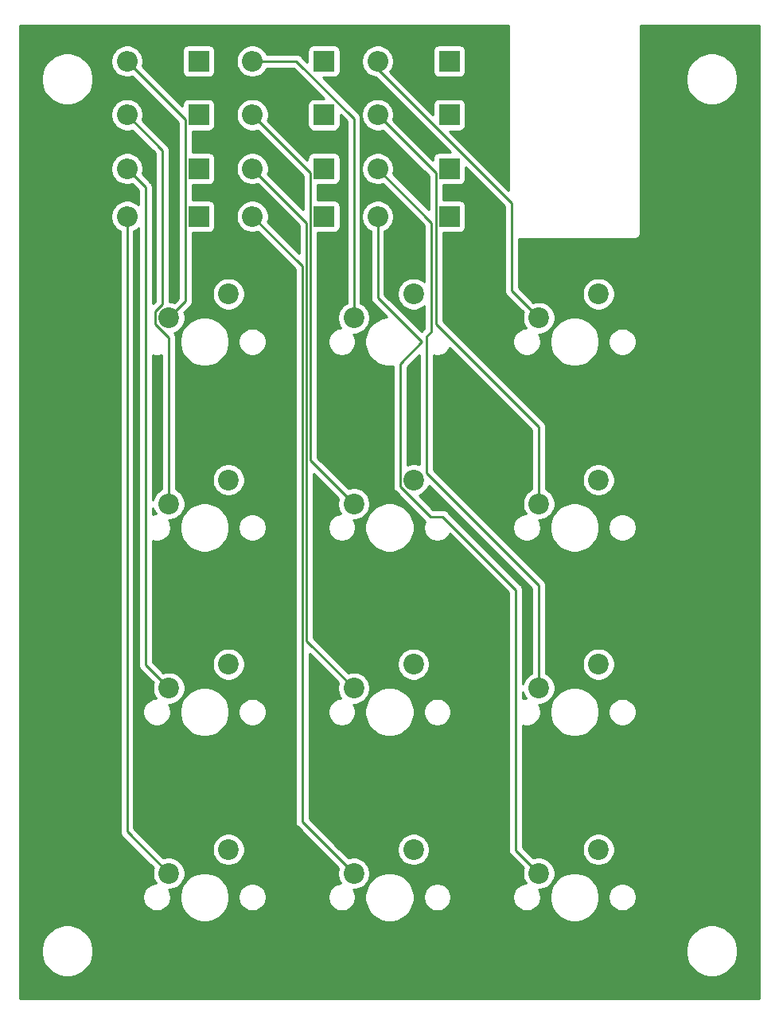
<source format=gbr>
%TF.GenerationSoftware,KiCad,Pcbnew,(5.1.9-0-10_14)*%
%TF.CreationDate,2021-03-18T20:01:26-04:00*%
%TF.ProjectId,T9_Cad,54395f43-6164-42e6-9b69-6361645f7063,rev?*%
%TF.SameCoordinates,Original*%
%TF.FileFunction,Copper,L2,Bot*%
%TF.FilePolarity,Positive*%
%FSLAX46Y46*%
G04 Gerber Fmt 4.6, Leading zero omitted, Abs format (unit mm)*
G04 Created by KiCad (PCBNEW (5.1.9-0-10_14)) date 2021-03-18 20:01:26*
%MOMM*%
%LPD*%
G01*
G04 APERTURE LIST*
%TA.AperFunction,ComponentPad*%
%ADD10R,2.200000X2.200000*%
%TD*%
%TA.AperFunction,ComponentPad*%
%ADD11O,2.200000X2.200000*%
%TD*%
%TA.AperFunction,ComponentPad*%
%ADD12C,2.200000*%
%TD*%
%TA.AperFunction,Conductor*%
%ADD13C,0.250000*%
%TD*%
%TA.AperFunction,NonConductor*%
%ADD14C,0.254000*%
%TD*%
%TA.AperFunction,NonConductor*%
%ADD15C,0.100000*%
%TD*%
G04 APERTURE END LIST*
D10*
%TO.P,D1,1*%
%TO.N,row1*%
X147955000Y-46990000D03*
D11*
%TO.P,D1,2*%
%TO.N,Net-(D1-Pad2)*%
X140335000Y-46990000D03*
%TD*%
%TO.P,D2,2*%
%TO.N,Net-(D2-Pad2)*%
X140335000Y-52705000D03*
D10*
%TO.P,D2,1*%
%TO.N,row2*%
X147955000Y-52705000D03*
%TD*%
%TO.P,D3,1*%
%TO.N,row3*%
X147955000Y-58420000D03*
D11*
%TO.P,D3,2*%
%TO.N,Net-(D3-Pad2)*%
X140335000Y-58420000D03*
%TD*%
%TO.P,D4,2*%
%TO.N,Net-(D4-Pad2)*%
X140335000Y-63500000D03*
D10*
%TO.P,D4,1*%
%TO.N,row4*%
X147955000Y-63500000D03*
%TD*%
D11*
%TO.P,D5,2*%
%TO.N,Net-(D5-Pad2)*%
X153670000Y-46990000D03*
D10*
%TO.P,D5,1*%
%TO.N,row1*%
X161290000Y-46990000D03*
%TD*%
D11*
%TO.P,D6,2*%
%TO.N,Net-(D6-Pad2)*%
X153670000Y-52705000D03*
D10*
%TO.P,D6,1*%
%TO.N,row2*%
X161290000Y-52705000D03*
%TD*%
D11*
%TO.P,D7,2*%
%TO.N,Net-(D7-Pad2)*%
X153670000Y-58420000D03*
D10*
%TO.P,D7,1*%
%TO.N,row3*%
X161290000Y-58420000D03*
%TD*%
%TO.P,D8,1*%
%TO.N,row4*%
X161290000Y-63500000D03*
D11*
%TO.P,D8,2*%
%TO.N,Net-(D8-Pad2)*%
X153670000Y-63500000D03*
%TD*%
D10*
%TO.P,D9,1*%
%TO.N,row1*%
X174625000Y-46990000D03*
D11*
%TO.P,D9,2*%
%TO.N,Net-(D9-Pad2)*%
X167005000Y-46990000D03*
%TD*%
%TO.P,D10,2*%
%TO.N,Net-(D10-Pad2)*%
X167005000Y-52705000D03*
D10*
%TO.P,D10,1*%
%TO.N,row2*%
X174625000Y-52705000D03*
%TD*%
%TO.P,D11,1*%
%TO.N,row3*%
X174625000Y-58420000D03*
D11*
%TO.P,D11,2*%
%TO.N,Net-(D11-Pad2)*%
X167005000Y-58420000D03*
%TD*%
%TO.P,D12,2*%
%TO.N,Net-(D12-Pad2)*%
X167005000Y-63500000D03*
D10*
%TO.P,D12,1*%
%TO.N,row4*%
X174625000Y-63500000D03*
%TD*%
D12*
%TO.P,SW1,1*%
%TO.N,col1*%
X151130000Y-71755000D03*
%TO.P,SW1,2*%
%TO.N,Net-(D1-Pad2)*%
X144780000Y-74295000D03*
%TD*%
%TO.P,SW2,2*%
%TO.N,Net-(D2-Pad2)*%
X144780000Y-94055001D03*
%TO.P,SW2,1*%
%TO.N,col1*%
X151130000Y-91515001D03*
%TD*%
%TO.P,SW3,1*%
%TO.N,col1*%
X151130000Y-111125000D03*
%TO.P,SW3,2*%
%TO.N,Net-(D3-Pad2)*%
X144780000Y-113665000D03*
%TD*%
%TO.P,SW4,2*%
%TO.N,Net-(D4-Pad2)*%
X144780000Y-133350000D03*
%TO.P,SW4,1*%
%TO.N,col1*%
X151130000Y-130810000D03*
%TD*%
%TO.P,SW5,2*%
%TO.N,Net-(D5-Pad2)*%
X164465000Y-74295000D03*
%TO.P,SW5,1*%
%TO.N,col2*%
X170815000Y-71755000D03*
%TD*%
%TO.P,SW6,1*%
%TO.N,col2*%
X170815000Y-91515001D03*
%TO.P,SW6,2*%
%TO.N,Net-(D6-Pad2)*%
X164465000Y-94055001D03*
%TD*%
%TO.P,SW7,2*%
%TO.N,Net-(D7-Pad2)*%
X164465000Y-113665000D03*
%TO.P,SW7,1*%
%TO.N,col2*%
X170815000Y-111125000D03*
%TD*%
%TO.P,SW8,1*%
%TO.N,col2*%
X170815000Y-130810000D03*
%TO.P,SW8,2*%
%TO.N,Net-(D8-Pad2)*%
X164465000Y-133350000D03*
%TD*%
%TO.P,SW9,1*%
%TO.N,col3*%
X190500000Y-71755000D03*
%TO.P,SW9,2*%
%TO.N,Net-(D9-Pad2)*%
X184150000Y-74295000D03*
%TD*%
%TO.P,SW10,2*%
%TO.N,Net-(D10-Pad2)*%
X184150000Y-94055001D03*
%TO.P,SW10,1*%
%TO.N,col3*%
X190500000Y-91515001D03*
%TD*%
%TO.P,SW11,1*%
%TO.N,col3*%
X190500000Y-111125000D03*
%TO.P,SW11,2*%
%TO.N,Net-(D11-Pad2)*%
X184150000Y-113665000D03*
%TD*%
%TO.P,SW12,2*%
%TO.N,Net-(D12-Pad2)*%
X184150000Y-133350000D03*
%TO.P,SW12,1*%
%TO.N,col3*%
X190500000Y-130810000D03*
%TD*%
D13*
%TO.N,Net-(D1-Pad2)*%
X146529999Y-53184999D02*
X146529999Y-72545001D01*
X146529999Y-72545001D02*
X144780000Y-74295000D01*
X140335000Y-46990000D02*
X146529999Y-53184999D01*
%TO.N,Net-(D2-Pad2)*%
X143354999Y-74940997D02*
X144780000Y-76365998D01*
X143354999Y-73610999D02*
X143354999Y-74940997D01*
X144780000Y-76365998D02*
X144780000Y-94055001D01*
X144095999Y-56465999D02*
X144095999Y-72869999D01*
X144095999Y-72869999D02*
X143354999Y-73610999D01*
X140335000Y-52705000D02*
X144095999Y-56465999D01*
%TO.N,Net-(D3-Pad2)*%
X142334999Y-111219999D02*
X144780000Y-113665000D01*
X142334999Y-60419999D02*
X142334999Y-111219999D01*
X140335000Y-58420000D02*
X142334999Y-60419999D01*
%TO.N,Net-(D4-Pad2)*%
X140335000Y-128905000D02*
X144780000Y-133350000D01*
X140335000Y-63500000D02*
X140335000Y-128905000D01*
%TO.N,Net-(D5-Pad2)*%
X164465000Y-53094998D02*
X164465000Y-74295000D01*
X158360002Y-46990000D02*
X164465000Y-53094998D01*
X153670000Y-46990000D02*
X158360002Y-46990000D01*
%TO.N,Net-(D6-Pad2)*%
X159864999Y-58899999D02*
X159864999Y-89455000D01*
X159864999Y-89455000D02*
X164465000Y-94055001D01*
X153670000Y-52705000D02*
X159864999Y-58899999D01*
%TO.N,Net-(D7-Pad2)*%
X159414989Y-108614989D02*
X164465000Y-113665000D01*
X159414989Y-64164989D02*
X159414989Y-108614989D01*
X153670000Y-58420000D02*
X159414989Y-64164989D01*
%TO.N,Net-(D8-Pad2)*%
X158964980Y-127849980D02*
X164465000Y-133350000D01*
X158964980Y-68794980D02*
X158964980Y-127849980D01*
X153670000Y-63500000D02*
X158964980Y-68794980D01*
%TO.N,Net-(D9-Pad2)*%
X181259990Y-71404990D02*
X184150000Y-74295000D01*
X181259990Y-62124992D02*
X181259990Y-71404990D01*
X167005000Y-46990000D02*
X167005000Y-47870002D01*
X167005000Y-47870002D02*
X181259990Y-62124992D01*
%TO.N,Net-(D10-Pad2)*%
X184150000Y-85890998D02*
X184150000Y-94055001D01*
X173199999Y-58899999D02*
X173199999Y-74940997D01*
X173199999Y-74940997D02*
X184150000Y-85890998D01*
X167005000Y-52705000D02*
X173199999Y-58899999D01*
%TO.N,Net-(D11-Pad2)*%
X184150000Y-102740999D02*
X184150000Y-113665000D01*
X172179999Y-90770998D02*
X184150000Y-102740999D01*
X172749990Y-75701008D02*
X172179999Y-76270999D01*
X172749990Y-64164990D02*
X172749990Y-75701008D01*
X172179999Y-76270999D02*
X172179999Y-90770998D01*
X167005000Y-58420000D02*
X172749990Y-64164990D01*
%TO.N,Net-(D12-Pad2)*%
X173919001Y-95420000D02*
X181704999Y-103205998D01*
X172610997Y-95420000D02*
X173919001Y-95420000D01*
X169389999Y-92199002D02*
X172610997Y-95420000D01*
X181704999Y-130904999D02*
X184150000Y-133350000D01*
X181704999Y-103205998D02*
X181704999Y-130904999D01*
X171729989Y-76848987D02*
X169389999Y-79188977D01*
X169389999Y-79188977D02*
X169389999Y-92199002D01*
X167005000Y-72123998D02*
X171729989Y-76848987D01*
X167005000Y-63500000D02*
X167005000Y-72123998D01*
%TD*%
D14*
X180950001Y-60740201D02*
X174652871Y-54443072D01*
X175725000Y-54443072D01*
X175849482Y-54430812D01*
X175969180Y-54394502D01*
X176079494Y-54335537D01*
X176176185Y-54256185D01*
X176255537Y-54159494D01*
X176314502Y-54049180D01*
X176350812Y-53929482D01*
X176363072Y-53805000D01*
X176363072Y-51605000D01*
X176350812Y-51480518D01*
X176314502Y-51360820D01*
X176255537Y-51250506D01*
X176176185Y-51153815D01*
X176079494Y-51074463D01*
X175969180Y-51015498D01*
X175849482Y-50979188D01*
X175725000Y-50966928D01*
X173525000Y-50966928D01*
X173400518Y-50979188D01*
X173280820Y-51015498D01*
X173170506Y-51074463D01*
X173073815Y-51153815D01*
X172994463Y-51250506D01*
X172935498Y-51360820D01*
X172899188Y-51480518D01*
X172886928Y-51605000D01*
X172886928Y-52677129D01*
X168329230Y-48119431D01*
X168352663Y-48095998D01*
X168542537Y-47811831D01*
X168673325Y-47496081D01*
X168740000Y-47160883D01*
X168740000Y-46819117D01*
X168673325Y-46483919D01*
X168542537Y-46168169D01*
X168356671Y-45890000D01*
X172886928Y-45890000D01*
X172886928Y-48090000D01*
X172899188Y-48214482D01*
X172935498Y-48334180D01*
X172994463Y-48444494D01*
X173073815Y-48541185D01*
X173170506Y-48620537D01*
X173280820Y-48679502D01*
X173400518Y-48715812D01*
X173525000Y-48728072D01*
X175725000Y-48728072D01*
X175849482Y-48715812D01*
X175969180Y-48679502D01*
X176079494Y-48620537D01*
X176176185Y-48541185D01*
X176255537Y-48444494D01*
X176314502Y-48334180D01*
X176350812Y-48214482D01*
X176363072Y-48090000D01*
X176363072Y-45890000D01*
X176350812Y-45765518D01*
X176314502Y-45645820D01*
X176255537Y-45535506D01*
X176176185Y-45438815D01*
X176079494Y-45359463D01*
X175969180Y-45300498D01*
X175849482Y-45264188D01*
X175725000Y-45251928D01*
X173525000Y-45251928D01*
X173400518Y-45264188D01*
X173280820Y-45300498D01*
X173170506Y-45359463D01*
X173073815Y-45438815D01*
X172994463Y-45535506D01*
X172935498Y-45645820D01*
X172899188Y-45765518D01*
X172886928Y-45890000D01*
X168356671Y-45890000D01*
X168352663Y-45884002D01*
X168110998Y-45642337D01*
X167826831Y-45452463D01*
X167511081Y-45321675D01*
X167175883Y-45255000D01*
X166834117Y-45255000D01*
X166498919Y-45321675D01*
X166183169Y-45452463D01*
X165899002Y-45642337D01*
X165657337Y-45884002D01*
X165467463Y-46168169D01*
X165336675Y-46483919D01*
X165270000Y-46819117D01*
X165270000Y-47160883D01*
X165336675Y-47496081D01*
X165467463Y-47811831D01*
X165657337Y-48095998D01*
X165899002Y-48337663D01*
X166183169Y-48527537D01*
X166498919Y-48658325D01*
X166773050Y-48712853D01*
X174742124Y-56681928D01*
X173525000Y-56681928D01*
X173400518Y-56694188D01*
X173280820Y-56730498D01*
X173170506Y-56789463D01*
X173073815Y-56868815D01*
X172994463Y-56965506D01*
X172935498Y-57075820D01*
X172899188Y-57195518D01*
X172886928Y-57320000D01*
X172886928Y-57512126D01*
X168647714Y-53272912D01*
X168673325Y-53211081D01*
X168740000Y-52875883D01*
X168740000Y-52534117D01*
X168673325Y-52198919D01*
X168542537Y-51883169D01*
X168352663Y-51599002D01*
X168110998Y-51357337D01*
X167826831Y-51167463D01*
X167511081Y-51036675D01*
X167175883Y-50970000D01*
X166834117Y-50970000D01*
X166498919Y-51036675D01*
X166183169Y-51167463D01*
X165899002Y-51357337D01*
X165657337Y-51599002D01*
X165467463Y-51883169D01*
X165336675Y-52198919D01*
X165270000Y-52534117D01*
X165270000Y-52875883D01*
X165336675Y-53211081D01*
X165467463Y-53526831D01*
X165657337Y-53810998D01*
X165899002Y-54052663D01*
X166183169Y-54242537D01*
X166498919Y-54373325D01*
X166834117Y-54440000D01*
X167175883Y-54440000D01*
X167511081Y-54373325D01*
X167572912Y-54347714D01*
X172439999Y-59214801D01*
X172439999Y-62780197D01*
X168647714Y-58987912D01*
X168673325Y-58926081D01*
X168740000Y-58590883D01*
X168740000Y-58249117D01*
X168673325Y-57913919D01*
X168542537Y-57598169D01*
X168352663Y-57314002D01*
X168110998Y-57072337D01*
X167826831Y-56882463D01*
X167511081Y-56751675D01*
X167175883Y-56685000D01*
X166834117Y-56685000D01*
X166498919Y-56751675D01*
X166183169Y-56882463D01*
X165899002Y-57072337D01*
X165657337Y-57314002D01*
X165467463Y-57598169D01*
X165336675Y-57913919D01*
X165270000Y-58249117D01*
X165270000Y-58590883D01*
X165336675Y-58926081D01*
X165467463Y-59241831D01*
X165657337Y-59525998D01*
X165899002Y-59767663D01*
X166183169Y-59957537D01*
X166498919Y-60088325D01*
X166834117Y-60155000D01*
X167175883Y-60155000D01*
X167511081Y-60088325D01*
X167572912Y-60062714D01*
X171989990Y-64479792D01*
X171989991Y-70476330D01*
X171920998Y-70407337D01*
X171636831Y-70217463D01*
X171321081Y-70086675D01*
X170985883Y-70020000D01*
X170644117Y-70020000D01*
X170308919Y-70086675D01*
X169993169Y-70217463D01*
X169709002Y-70407337D01*
X169467337Y-70649002D01*
X169277463Y-70933169D01*
X169146675Y-71248919D01*
X169080000Y-71584117D01*
X169080000Y-71925883D01*
X169146675Y-72261081D01*
X169277463Y-72576831D01*
X169467337Y-72860998D01*
X169709002Y-73102663D01*
X169993169Y-73292537D01*
X170308919Y-73423325D01*
X170644117Y-73490000D01*
X170985883Y-73490000D01*
X171321081Y-73423325D01*
X171636831Y-73292537D01*
X171920998Y-73102663D01*
X171989991Y-73033670D01*
X171989991Y-75386205D01*
X171669001Y-75707196D01*
X171665705Y-75709901D01*
X167765000Y-71809197D01*
X167765000Y-65063148D01*
X167826831Y-65037537D01*
X168110998Y-64847663D01*
X168352663Y-64605998D01*
X168542537Y-64321831D01*
X168673325Y-64006081D01*
X168740000Y-63670883D01*
X168740000Y-63329117D01*
X168673325Y-62993919D01*
X168542537Y-62678169D01*
X168352663Y-62394002D01*
X168110998Y-62152337D01*
X167826831Y-61962463D01*
X167511081Y-61831675D01*
X167175883Y-61765000D01*
X166834117Y-61765000D01*
X166498919Y-61831675D01*
X166183169Y-61962463D01*
X165899002Y-62152337D01*
X165657337Y-62394002D01*
X165467463Y-62678169D01*
X165336675Y-62993919D01*
X165270000Y-63329117D01*
X165270000Y-63670883D01*
X165336675Y-64006081D01*
X165467463Y-64321831D01*
X165657337Y-64605998D01*
X165899002Y-64847663D01*
X166183169Y-65037537D01*
X166245000Y-65063148D01*
X166245001Y-72086666D01*
X166241324Y-72123998D01*
X166245001Y-72161331D01*
X166245309Y-72164453D01*
X166255998Y-72272983D01*
X166299454Y-72416244D01*
X166370026Y-72548274D01*
X166397979Y-72582334D01*
X166465000Y-72663999D01*
X166493998Y-72687797D01*
X168007739Y-74201539D01*
X167506399Y-74301261D01*
X167026859Y-74499893D01*
X166595285Y-74788262D01*
X166228262Y-75155285D01*
X165939893Y-75586859D01*
X165741261Y-76066399D01*
X165640000Y-76575475D01*
X165640000Y-77094525D01*
X165741261Y-77603601D01*
X165939893Y-78083141D01*
X166228262Y-78514715D01*
X166595285Y-78881738D01*
X167026859Y-79170107D01*
X167506399Y-79368739D01*
X168015475Y-79470000D01*
X168534525Y-79470000D01*
X168629999Y-79451009D01*
X168630000Y-92161670D01*
X168626323Y-92199002D01*
X168630000Y-92236335D01*
X168638241Y-92320001D01*
X168640997Y-92347987D01*
X168684453Y-92491248D01*
X168755025Y-92623278D01*
X168824012Y-92707338D01*
X168849999Y-92739003D01*
X168878997Y-92762801D01*
X172029864Y-95913669D01*
X171927068Y-96161843D01*
X171870000Y-96448741D01*
X171870000Y-96741261D01*
X171927068Y-97028159D01*
X172039010Y-97298412D01*
X172201525Y-97541633D01*
X172408368Y-97748476D01*
X172651589Y-97910991D01*
X172921842Y-98022933D01*
X173208740Y-98080001D01*
X173501260Y-98080001D01*
X173788158Y-98022933D01*
X174058411Y-97910991D01*
X174301632Y-97748476D01*
X174508475Y-97541633D01*
X174670990Y-97298412D01*
X174686110Y-97261910D01*
X180944999Y-103520800D01*
X180945000Y-130867666D01*
X180941323Y-130904999D01*
X180955997Y-131053984D01*
X180999453Y-131197245D01*
X181070025Y-131329275D01*
X181141200Y-131416001D01*
X181164999Y-131445000D01*
X181193997Y-131468798D01*
X182507286Y-132782088D01*
X182481675Y-132843919D01*
X182415000Y-133179117D01*
X182415000Y-133520883D01*
X182481675Y-133856081D01*
X182612463Y-134171831D01*
X182768261Y-134405000D01*
X182733740Y-134405000D01*
X182446842Y-134462068D01*
X182176589Y-134574010D01*
X181933368Y-134736525D01*
X181726525Y-134943368D01*
X181564010Y-135186589D01*
X181452068Y-135456842D01*
X181395000Y-135743740D01*
X181395000Y-136036260D01*
X181452068Y-136323158D01*
X181564010Y-136593411D01*
X181726525Y-136836632D01*
X181933368Y-137043475D01*
X182176589Y-137205990D01*
X182446842Y-137317932D01*
X182733740Y-137375000D01*
X183026260Y-137375000D01*
X183313158Y-137317932D01*
X183583411Y-137205990D01*
X183826632Y-137043475D01*
X184033475Y-136836632D01*
X184195990Y-136593411D01*
X184307932Y-136323158D01*
X184365000Y-136036260D01*
X184365000Y-135743740D01*
X184342471Y-135630475D01*
X185325000Y-135630475D01*
X185325000Y-136149525D01*
X185426261Y-136658601D01*
X185624893Y-137138141D01*
X185913262Y-137569715D01*
X186280285Y-137936738D01*
X186711859Y-138225107D01*
X187191399Y-138423739D01*
X187700475Y-138525000D01*
X188219525Y-138525000D01*
X188728601Y-138423739D01*
X189208141Y-138225107D01*
X189639715Y-137936738D01*
X190006738Y-137569715D01*
X190295107Y-137138141D01*
X190493739Y-136658601D01*
X190595000Y-136149525D01*
X190595000Y-135743740D01*
X191555000Y-135743740D01*
X191555000Y-136036260D01*
X191612068Y-136323158D01*
X191724010Y-136593411D01*
X191886525Y-136836632D01*
X192093368Y-137043475D01*
X192336589Y-137205990D01*
X192606842Y-137317932D01*
X192893740Y-137375000D01*
X193186260Y-137375000D01*
X193473158Y-137317932D01*
X193743411Y-137205990D01*
X193986632Y-137043475D01*
X194193475Y-136836632D01*
X194355990Y-136593411D01*
X194467932Y-136323158D01*
X194525000Y-136036260D01*
X194525000Y-135743740D01*
X194467932Y-135456842D01*
X194355990Y-135186589D01*
X194193475Y-134943368D01*
X193986632Y-134736525D01*
X193743411Y-134574010D01*
X193473158Y-134462068D01*
X193186260Y-134405000D01*
X192893740Y-134405000D01*
X192606842Y-134462068D01*
X192336589Y-134574010D01*
X192093368Y-134736525D01*
X191886525Y-134943368D01*
X191724010Y-135186589D01*
X191612068Y-135456842D01*
X191555000Y-135743740D01*
X190595000Y-135743740D01*
X190595000Y-135630475D01*
X190493739Y-135121399D01*
X190295107Y-134641859D01*
X190006738Y-134210285D01*
X189639715Y-133843262D01*
X189208141Y-133554893D01*
X188728601Y-133356261D01*
X188219525Y-133255000D01*
X187700475Y-133255000D01*
X187191399Y-133356261D01*
X186711859Y-133554893D01*
X186280285Y-133843262D01*
X185913262Y-134210285D01*
X185624893Y-134641859D01*
X185426261Y-135121399D01*
X185325000Y-135630475D01*
X184342471Y-135630475D01*
X184307932Y-135456842D01*
X184195990Y-135186589D01*
X184128110Y-135085000D01*
X184320883Y-135085000D01*
X184656081Y-135018325D01*
X184971831Y-134887537D01*
X185255998Y-134697663D01*
X185497663Y-134455998D01*
X185687537Y-134171831D01*
X185818325Y-133856081D01*
X185885000Y-133520883D01*
X185885000Y-133179117D01*
X185818325Y-132843919D01*
X185687537Y-132528169D01*
X185497663Y-132244002D01*
X185255998Y-132002337D01*
X184971831Y-131812463D01*
X184656081Y-131681675D01*
X184320883Y-131615000D01*
X183979117Y-131615000D01*
X183643919Y-131681675D01*
X183582088Y-131707286D01*
X182513919Y-130639117D01*
X188765000Y-130639117D01*
X188765000Y-130980883D01*
X188831675Y-131316081D01*
X188962463Y-131631831D01*
X189152337Y-131915998D01*
X189394002Y-132157663D01*
X189678169Y-132347537D01*
X189993919Y-132478325D01*
X190329117Y-132545000D01*
X190670883Y-132545000D01*
X191006081Y-132478325D01*
X191321831Y-132347537D01*
X191605998Y-132157663D01*
X191847663Y-131915998D01*
X192037537Y-131631831D01*
X192168325Y-131316081D01*
X192235000Y-130980883D01*
X192235000Y-130639117D01*
X192168325Y-130303919D01*
X192037537Y-129988169D01*
X191847663Y-129704002D01*
X191605998Y-129462337D01*
X191321831Y-129272463D01*
X191006081Y-129141675D01*
X190670883Y-129075000D01*
X190329117Y-129075000D01*
X189993919Y-129141675D01*
X189678169Y-129272463D01*
X189394002Y-129462337D01*
X189152337Y-129704002D01*
X188962463Y-129988169D01*
X188831675Y-130303919D01*
X188765000Y-130639117D01*
X182513919Y-130639117D01*
X182464999Y-130590198D01*
X182464999Y-117636544D01*
X182733740Y-117690000D01*
X183026260Y-117690000D01*
X183313158Y-117632932D01*
X183583411Y-117520990D01*
X183826632Y-117358475D01*
X184033475Y-117151632D01*
X184195990Y-116908411D01*
X184307932Y-116638158D01*
X184365000Y-116351260D01*
X184365000Y-116058740D01*
X184342471Y-115945475D01*
X185325000Y-115945475D01*
X185325000Y-116464525D01*
X185426261Y-116973601D01*
X185624893Y-117453141D01*
X185913262Y-117884715D01*
X186280285Y-118251738D01*
X186711859Y-118540107D01*
X187191399Y-118738739D01*
X187700475Y-118840000D01*
X188219525Y-118840000D01*
X188728601Y-118738739D01*
X189208141Y-118540107D01*
X189639715Y-118251738D01*
X190006738Y-117884715D01*
X190295107Y-117453141D01*
X190493739Y-116973601D01*
X190595000Y-116464525D01*
X190595000Y-116058740D01*
X191555000Y-116058740D01*
X191555000Y-116351260D01*
X191612068Y-116638158D01*
X191724010Y-116908411D01*
X191886525Y-117151632D01*
X192093368Y-117358475D01*
X192336589Y-117520990D01*
X192606842Y-117632932D01*
X192893740Y-117690000D01*
X193186260Y-117690000D01*
X193473158Y-117632932D01*
X193743411Y-117520990D01*
X193986632Y-117358475D01*
X194193475Y-117151632D01*
X194355990Y-116908411D01*
X194467932Y-116638158D01*
X194525000Y-116351260D01*
X194525000Y-116058740D01*
X194467932Y-115771842D01*
X194355990Y-115501589D01*
X194193475Y-115258368D01*
X193986632Y-115051525D01*
X193743411Y-114889010D01*
X193473158Y-114777068D01*
X193186260Y-114720000D01*
X192893740Y-114720000D01*
X192606842Y-114777068D01*
X192336589Y-114889010D01*
X192093368Y-115051525D01*
X191886525Y-115258368D01*
X191724010Y-115501589D01*
X191612068Y-115771842D01*
X191555000Y-116058740D01*
X190595000Y-116058740D01*
X190595000Y-115945475D01*
X190493739Y-115436399D01*
X190295107Y-114956859D01*
X190006738Y-114525285D01*
X189639715Y-114158262D01*
X189208141Y-113869893D01*
X188728601Y-113671261D01*
X188219525Y-113570000D01*
X187700475Y-113570000D01*
X187191399Y-113671261D01*
X186711859Y-113869893D01*
X186280285Y-114158262D01*
X185913262Y-114525285D01*
X185624893Y-114956859D01*
X185426261Y-115436399D01*
X185325000Y-115945475D01*
X184342471Y-115945475D01*
X184307932Y-115771842D01*
X184195990Y-115501589D01*
X184128110Y-115400000D01*
X184320883Y-115400000D01*
X184656081Y-115333325D01*
X184971831Y-115202537D01*
X185255998Y-115012663D01*
X185497663Y-114770998D01*
X185687537Y-114486831D01*
X185818325Y-114171081D01*
X185885000Y-113835883D01*
X185885000Y-113494117D01*
X185818325Y-113158919D01*
X185687537Y-112843169D01*
X185497663Y-112559002D01*
X185255998Y-112317337D01*
X184971831Y-112127463D01*
X184910000Y-112101852D01*
X184910000Y-110954117D01*
X188765000Y-110954117D01*
X188765000Y-111295883D01*
X188831675Y-111631081D01*
X188962463Y-111946831D01*
X189152337Y-112230998D01*
X189394002Y-112472663D01*
X189678169Y-112662537D01*
X189993919Y-112793325D01*
X190329117Y-112860000D01*
X190670883Y-112860000D01*
X191006081Y-112793325D01*
X191321831Y-112662537D01*
X191605998Y-112472663D01*
X191847663Y-112230998D01*
X192037537Y-111946831D01*
X192168325Y-111631081D01*
X192235000Y-111295883D01*
X192235000Y-110954117D01*
X192168325Y-110618919D01*
X192037537Y-110303169D01*
X191847663Y-110019002D01*
X191605998Y-109777337D01*
X191321831Y-109587463D01*
X191006081Y-109456675D01*
X190670883Y-109390000D01*
X190329117Y-109390000D01*
X189993919Y-109456675D01*
X189678169Y-109587463D01*
X189394002Y-109777337D01*
X189152337Y-110019002D01*
X188962463Y-110303169D01*
X188831675Y-110618919D01*
X188765000Y-110954117D01*
X184910000Y-110954117D01*
X184910000Y-102778324D01*
X184913676Y-102740999D01*
X184910000Y-102703674D01*
X184910000Y-102703666D01*
X184899003Y-102592013D01*
X184855546Y-102448752D01*
X184784974Y-102316723D01*
X184690001Y-102200998D01*
X184661004Y-102177201D01*
X172939999Y-90456197D01*
X172939999Y-78266544D01*
X173208740Y-78320000D01*
X173501260Y-78320000D01*
X173788158Y-78262932D01*
X174058411Y-78150990D01*
X174301632Y-77988475D01*
X174508475Y-77781632D01*
X174670990Y-77538411D01*
X174686110Y-77501909D01*
X183390000Y-86205800D01*
X183390001Y-92491852D01*
X183328169Y-92517464D01*
X183044002Y-92707338D01*
X182802337Y-92949003D01*
X182612463Y-93233170D01*
X182481675Y-93548920D01*
X182415000Y-93884118D01*
X182415000Y-94225884D01*
X182481675Y-94561082D01*
X182612463Y-94876832D01*
X182768261Y-95110001D01*
X182733740Y-95110001D01*
X182446842Y-95167069D01*
X182176589Y-95279011D01*
X181933368Y-95441526D01*
X181726525Y-95648369D01*
X181564010Y-95891590D01*
X181452068Y-96161843D01*
X181395000Y-96448741D01*
X181395000Y-96741261D01*
X181452068Y-97028159D01*
X181564010Y-97298412D01*
X181726525Y-97541633D01*
X181933368Y-97748476D01*
X182176589Y-97910991D01*
X182446842Y-98022933D01*
X182733740Y-98080001D01*
X183026260Y-98080001D01*
X183313158Y-98022933D01*
X183583411Y-97910991D01*
X183826632Y-97748476D01*
X184033475Y-97541633D01*
X184195990Y-97298412D01*
X184307932Y-97028159D01*
X184365000Y-96741261D01*
X184365000Y-96448741D01*
X184342471Y-96335476D01*
X185325000Y-96335476D01*
X185325000Y-96854526D01*
X185426261Y-97363602D01*
X185624893Y-97843142D01*
X185913262Y-98274716D01*
X186280285Y-98641739D01*
X186711859Y-98930108D01*
X187191399Y-99128740D01*
X187700475Y-99230001D01*
X188219525Y-99230001D01*
X188728601Y-99128740D01*
X189208141Y-98930108D01*
X189639715Y-98641739D01*
X190006738Y-98274716D01*
X190295107Y-97843142D01*
X190493739Y-97363602D01*
X190595000Y-96854526D01*
X190595000Y-96448741D01*
X191555000Y-96448741D01*
X191555000Y-96741261D01*
X191612068Y-97028159D01*
X191724010Y-97298412D01*
X191886525Y-97541633D01*
X192093368Y-97748476D01*
X192336589Y-97910991D01*
X192606842Y-98022933D01*
X192893740Y-98080001D01*
X193186260Y-98080001D01*
X193473158Y-98022933D01*
X193743411Y-97910991D01*
X193986632Y-97748476D01*
X194193475Y-97541633D01*
X194355990Y-97298412D01*
X194467932Y-97028159D01*
X194525000Y-96741261D01*
X194525000Y-96448741D01*
X194467932Y-96161843D01*
X194355990Y-95891590D01*
X194193475Y-95648369D01*
X193986632Y-95441526D01*
X193743411Y-95279011D01*
X193473158Y-95167069D01*
X193186260Y-95110001D01*
X192893740Y-95110001D01*
X192606842Y-95167069D01*
X192336589Y-95279011D01*
X192093368Y-95441526D01*
X191886525Y-95648369D01*
X191724010Y-95891590D01*
X191612068Y-96161843D01*
X191555000Y-96448741D01*
X190595000Y-96448741D01*
X190595000Y-96335476D01*
X190493739Y-95826400D01*
X190295107Y-95346860D01*
X190006738Y-94915286D01*
X189639715Y-94548263D01*
X189208141Y-94259894D01*
X188728601Y-94061262D01*
X188219525Y-93960001D01*
X187700475Y-93960001D01*
X187191399Y-94061262D01*
X186711859Y-94259894D01*
X186280285Y-94548263D01*
X185913262Y-94915286D01*
X185624893Y-95346860D01*
X185426261Y-95826400D01*
X185325000Y-96335476D01*
X184342471Y-96335476D01*
X184307932Y-96161843D01*
X184195990Y-95891590D01*
X184128110Y-95790001D01*
X184320883Y-95790001D01*
X184656081Y-95723326D01*
X184971831Y-95592538D01*
X185255998Y-95402664D01*
X185497663Y-95160999D01*
X185687537Y-94876832D01*
X185818325Y-94561082D01*
X185885000Y-94225884D01*
X185885000Y-93884118D01*
X185818325Y-93548920D01*
X185687537Y-93233170D01*
X185497663Y-92949003D01*
X185255998Y-92707338D01*
X184971831Y-92517464D01*
X184910000Y-92491853D01*
X184910000Y-91344118D01*
X188765000Y-91344118D01*
X188765000Y-91685884D01*
X188831675Y-92021082D01*
X188962463Y-92336832D01*
X189152337Y-92620999D01*
X189394002Y-92862664D01*
X189678169Y-93052538D01*
X189993919Y-93183326D01*
X190329117Y-93250001D01*
X190670883Y-93250001D01*
X191006081Y-93183326D01*
X191321831Y-93052538D01*
X191605998Y-92862664D01*
X191847663Y-92620999D01*
X192037537Y-92336832D01*
X192168325Y-92021082D01*
X192235000Y-91685884D01*
X192235000Y-91344118D01*
X192168325Y-91008920D01*
X192037537Y-90693170D01*
X191847663Y-90409003D01*
X191605998Y-90167338D01*
X191321831Y-89977464D01*
X191006081Y-89846676D01*
X190670883Y-89780001D01*
X190329117Y-89780001D01*
X189993919Y-89846676D01*
X189678169Y-89977464D01*
X189394002Y-90167338D01*
X189152337Y-90409003D01*
X188962463Y-90693170D01*
X188831675Y-91008920D01*
X188765000Y-91344118D01*
X184910000Y-91344118D01*
X184910000Y-85928321D01*
X184913676Y-85890998D01*
X184910000Y-85853675D01*
X184910000Y-85853665D01*
X184899003Y-85742012D01*
X184855546Y-85598751D01*
X184784975Y-85466723D01*
X184784974Y-85466721D01*
X184713799Y-85379995D01*
X184690001Y-85350997D01*
X184661004Y-85327200D01*
X173959999Y-74626196D01*
X173959999Y-65238072D01*
X175725000Y-65238072D01*
X175849482Y-65225812D01*
X175969180Y-65189502D01*
X176079494Y-65130537D01*
X176176185Y-65051185D01*
X176255537Y-64954494D01*
X176314502Y-64844180D01*
X176350812Y-64724482D01*
X176363072Y-64600000D01*
X176363072Y-62400000D01*
X176350812Y-62275518D01*
X176314502Y-62155820D01*
X176255537Y-62045506D01*
X176176185Y-61948815D01*
X176079494Y-61869463D01*
X175969180Y-61810498D01*
X175849482Y-61774188D01*
X175725000Y-61761928D01*
X173959999Y-61761928D01*
X173959999Y-60158072D01*
X175725000Y-60158072D01*
X175849482Y-60145812D01*
X175969180Y-60109502D01*
X176079494Y-60050537D01*
X176176185Y-59971185D01*
X176255537Y-59874494D01*
X176314502Y-59764180D01*
X176350812Y-59644482D01*
X176363072Y-59520000D01*
X176363072Y-58302876D01*
X180499990Y-62439794D01*
X180499991Y-71367658D01*
X180496314Y-71404990D01*
X180510988Y-71553975D01*
X180554444Y-71697236D01*
X180625016Y-71829266D01*
X180696191Y-71915992D01*
X180719990Y-71944991D01*
X180748988Y-71968789D01*
X182507286Y-73727088D01*
X182481675Y-73788919D01*
X182415000Y-74124117D01*
X182415000Y-74465883D01*
X182481675Y-74801081D01*
X182612463Y-75116831D01*
X182768261Y-75350000D01*
X182733740Y-75350000D01*
X182446842Y-75407068D01*
X182176589Y-75519010D01*
X181933368Y-75681525D01*
X181726525Y-75888368D01*
X181564010Y-76131589D01*
X181452068Y-76401842D01*
X181395000Y-76688740D01*
X181395000Y-76981260D01*
X181452068Y-77268158D01*
X181564010Y-77538411D01*
X181726525Y-77781632D01*
X181933368Y-77988475D01*
X182176589Y-78150990D01*
X182446842Y-78262932D01*
X182733740Y-78320000D01*
X183026260Y-78320000D01*
X183313158Y-78262932D01*
X183583411Y-78150990D01*
X183826632Y-77988475D01*
X184033475Y-77781632D01*
X184195990Y-77538411D01*
X184307932Y-77268158D01*
X184365000Y-76981260D01*
X184365000Y-76688740D01*
X184342471Y-76575475D01*
X185325000Y-76575475D01*
X185325000Y-77094525D01*
X185426261Y-77603601D01*
X185624893Y-78083141D01*
X185913262Y-78514715D01*
X186280285Y-78881738D01*
X186711859Y-79170107D01*
X187191399Y-79368739D01*
X187700475Y-79470000D01*
X188219525Y-79470000D01*
X188728601Y-79368739D01*
X189208141Y-79170107D01*
X189639715Y-78881738D01*
X190006738Y-78514715D01*
X190295107Y-78083141D01*
X190493739Y-77603601D01*
X190595000Y-77094525D01*
X190595000Y-76688740D01*
X191555000Y-76688740D01*
X191555000Y-76981260D01*
X191612068Y-77268158D01*
X191724010Y-77538411D01*
X191886525Y-77781632D01*
X192093368Y-77988475D01*
X192336589Y-78150990D01*
X192606842Y-78262932D01*
X192893740Y-78320000D01*
X193186260Y-78320000D01*
X193473158Y-78262932D01*
X193743411Y-78150990D01*
X193986632Y-77988475D01*
X194193475Y-77781632D01*
X194355990Y-77538411D01*
X194467932Y-77268158D01*
X194525000Y-76981260D01*
X194525000Y-76688740D01*
X194467932Y-76401842D01*
X194355990Y-76131589D01*
X194193475Y-75888368D01*
X193986632Y-75681525D01*
X193743411Y-75519010D01*
X193473158Y-75407068D01*
X193186260Y-75350000D01*
X192893740Y-75350000D01*
X192606842Y-75407068D01*
X192336589Y-75519010D01*
X192093368Y-75681525D01*
X191886525Y-75888368D01*
X191724010Y-76131589D01*
X191612068Y-76401842D01*
X191555000Y-76688740D01*
X190595000Y-76688740D01*
X190595000Y-76575475D01*
X190493739Y-76066399D01*
X190295107Y-75586859D01*
X190006738Y-75155285D01*
X189639715Y-74788262D01*
X189208141Y-74499893D01*
X188728601Y-74301261D01*
X188219525Y-74200000D01*
X187700475Y-74200000D01*
X187191399Y-74301261D01*
X186711859Y-74499893D01*
X186280285Y-74788262D01*
X185913262Y-75155285D01*
X185624893Y-75586859D01*
X185426261Y-76066399D01*
X185325000Y-76575475D01*
X184342471Y-76575475D01*
X184307932Y-76401842D01*
X184195990Y-76131589D01*
X184128110Y-76030000D01*
X184320883Y-76030000D01*
X184656081Y-75963325D01*
X184971831Y-75832537D01*
X185255998Y-75642663D01*
X185497663Y-75400998D01*
X185687537Y-75116831D01*
X185818325Y-74801081D01*
X185885000Y-74465883D01*
X185885000Y-74124117D01*
X185818325Y-73788919D01*
X185687537Y-73473169D01*
X185497663Y-73189002D01*
X185255998Y-72947337D01*
X184971831Y-72757463D01*
X184656081Y-72626675D01*
X184320883Y-72560000D01*
X183979117Y-72560000D01*
X183643919Y-72626675D01*
X183582088Y-72652286D01*
X182513919Y-71584117D01*
X188765000Y-71584117D01*
X188765000Y-71925883D01*
X188831675Y-72261081D01*
X188962463Y-72576831D01*
X189152337Y-72860998D01*
X189394002Y-73102663D01*
X189678169Y-73292537D01*
X189993919Y-73423325D01*
X190329117Y-73490000D01*
X190670883Y-73490000D01*
X191006081Y-73423325D01*
X191321831Y-73292537D01*
X191605998Y-73102663D01*
X191847663Y-72860998D01*
X192037537Y-72576831D01*
X192168325Y-72261081D01*
X192235000Y-71925883D01*
X192235000Y-71584117D01*
X192168325Y-71248919D01*
X192037537Y-70933169D01*
X191847663Y-70649002D01*
X191605998Y-70407337D01*
X191321831Y-70217463D01*
X191006081Y-70086675D01*
X190670883Y-70020000D01*
X190329117Y-70020000D01*
X189993919Y-70086675D01*
X189678169Y-70217463D01*
X189394002Y-70407337D01*
X189152337Y-70649002D01*
X188962463Y-70933169D01*
X188831675Y-71248919D01*
X188765000Y-71584117D01*
X182513919Y-71584117D01*
X182019990Y-71090189D01*
X182019990Y-65938000D01*
X194277581Y-65938000D01*
X194310000Y-65941193D01*
X194342419Y-65938000D01*
X194439383Y-65928450D01*
X194563793Y-65890710D01*
X194678450Y-65829425D01*
X194778948Y-65746948D01*
X194861425Y-65646450D01*
X194922710Y-65531793D01*
X194960450Y-65407383D01*
X194973193Y-65278000D01*
X194970000Y-65245581D01*
X194970000Y-48620701D01*
X199780000Y-48620701D01*
X199780000Y-49169299D01*
X199887026Y-49707354D01*
X200096965Y-50214192D01*
X200401750Y-50670334D01*
X200789666Y-51058250D01*
X201245808Y-51363035D01*
X201752646Y-51572974D01*
X202290701Y-51680000D01*
X202839299Y-51680000D01*
X203377354Y-51572974D01*
X203884192Y-51363035D01*
X204340334Y-51058250D01*
X204728250Y-50670334D01*
X205033035Y-50214192D01*
X205242974Y-49707354D01*
X205350000Y-49169299D01*
X205350000Y-48620701D01*
X205242974Y-48082646D01*
X205033035Y-47575808D01*
X204728250Y-47119666D01*
X204340334Y-46731750D01*
X203884192Y-46426965D01*
X203377354Y-46217026D01*
X202839299Y-46110000D01*
X202290701Y-46110000D01*
X201752646Y-46217026D01*
X201245808Y-46426965D01*
X200789666Y-46731750D01*
X200401750Y-47119666D01*
X200096965Y-47575808D01*
X199887026Y-48082646D01*
X199780000Y-48620701D01*
X194970000Y-48620701D01*
X194970000Y-43205000D01*
X207620000Y-43205000D01*
X207620001Y-146660000D01*
X128930000Y-146660000D01*
X128930000Y-141330701D01*
X131200000Y-141330701D01*
X131200000Y-141879299D01*
X131307026Y-142417354D01*
X131516965Y-142924192D01*
X131821750Y-143380334D01*
X132209666Y-143768250D01*
X132665808Y-144073035D01*
X133172646Y-144282974D01*
X133710701Y-144390000D01*
X134259299Y-144390000D01*
X134797354Y-144282974D01*
X135304192Y-144073035D01*
X135760334Y-143768250D01*
X136148250Y-143380334D01*
X136453035Y-142924192D01*
X136662974Y-142417354D01*
X136770000Y-141879299D01*
X136770000Y-141330701D01*
X199780000Y-141330701D01*
X199780000Y-141879299D01*
X199887026Y-142417354D01*
X200096965Y-142924192D01*
X200401750Y-143380334D01*
X200789666Y-143768250D01*
X201245808Y-144073035D01*
X201752646Y-144282974D01*
X202290701Y-144390000D01*
X202839299Y-144390000D01*
X203377354Y-144282974D01*
X203884192Y-144073035D01*
X204340334Y-143768250D01*
X204728250Y-143380334D01*
X205033035Y-142924192D01*
X205242974Y-142417354D01*
X205350000Y-141879299D01*
X205350000Y-141330701D01*
X205242974Y-140792646D01*
X205033035Y-140285808D01*
X204728250Y-139829666D01*
X204340334Y-139441750D01*
X203884192Y-139136965D01*
X203377354Y-138927026D01*
X202839299Y-138820000D01*
X202290701Y-138820000D01*
X201752646Y-138927026D01*
X201245808Y-139136965D01*
X200789666Y-139441750D01*
X200401750Y-139829666D01*
X200096965Y-140285808D01*
X199887026Y-140792646D01*
X199780000Y-141330701D01*
X136770000Y-141330701D01*
X136662974Y-140792646D01*
X136453035Y-140285808D01*
X136148250Y-139829666D01*
X135760334Y-139441750D01*
X135304192Y-139136965D01*
X134797354Y-138927026D01*
X134259299Y-138820000D01*
X133710701Y-138820000D01*
X133172646Y-138927026D01*
X132665808Y-139136965D01*
X132209666Y-139441750D01*
X131821750Y-139829666D01*
X131516965Y-140285808D01*
X131307026Y-140792646D01*
X131200000Y-141330701D01*
X128930000Y-141330701D01*
X128930000Y-48620701D01*
X131200000Y-48620701D01*
X131200000Y-49169299D01*
X131307026Y-49707354D01*
X131516965Y-50214192D01*
X131821750Y-50670334D01*
X132209666Y-51058250D01*
X132665808Y-51363035D01*
X133172646Y-51572974D01*
X133710701Y-51680000D01*
X134259299Y-51680000D01*
X134797354Y-51572974D01*
X135304192Y-51363035D01*
X135760334Y-51058250D01*
X136148250Y-50670334D01*
X136453035Y-50214192D01*
X136662974Y-49707354D01*
X136770000Y-49169299D01*
X136770000Y-48620701D01*
X136662974Y-48082646D01*
X136453035Y-47575808D01*
X136148250Y-47119666D01*
X135847701Y-46819117D01*
X138600000Y-46819117D01*
X138600000Y-47160883D01*
X138666675Y-47496081D01*
X138797463Y-47811831D01*
X138987337Y-48095998D01*
X139229002Y-48337663D01*
X139513169Y-48527537D01*
X139828919Y-48658325D01*
X140164117Y-48725000D01*
X140505883Y-48725000D01*
X140841081Y-48658325D01*
X140902912Y-48632714D01*
X145769999Y-53499801D01*
X145770000Y-72230198D01*
X145347912Y-72652286D01*
X145286081Y-72626675D01*
X144950883Y-72560000D01*
X144855999Y-72560000D01*
X144855999Y-56503324D01*
X144859675Y-56465999D01*
X144855999Y-56428674D01*
X144855999Y-56428666D01*
X144845002Y-56317013D01*
X144801545Y-56173752D01*
X144730973Y-56041723D01*
X144636000Y-55925998D01*
X144607003Y-55902201D01*
X141977714Y-53272912D01*
X142003325Y-53211081D01*
X142070000Y-52875883D01*
X142070000Y-52534117D01*
X142003325Y-52198919D01*
X141872537Y-51883169D01*
X141682663Y-51599002D01*
X141440998Y-51357337D01*
X141156831Y-51167463D01*
X140841081Y-51036675D01*
X140505883Y-50970000D01*
X140164117Y-50970000D01*
X139828919Y-51036675D01*
X139513169Y-51167463D01*
X139229002Y-51357337D01*
X138987337Y-51599002D01*
X138797463Y-51883169D01*
X138666675Y-52198919D01*
X138600000Y-52534117D01*
X138600000Y-52875883D01*
X138666675Y-53211081D01*
X138797463Y-53526831D01*
X138987337Y-53810998D01*
X139229002Y-54052663D01*
X139513169Y-54242537D01*
X139828919Y-54373325D01*
X140164117Y-54440000D01*
X140505883Y-54440000D01*
X140841081Y-54373325D01*
X140902912Y-54347714D01*
X143335999Y-56780801D01*
X143336000Y-72555196D01*
X143094999Y-72796198D01*
X143094999Y-60457324D01*
X143098675Y-60419999D01*
X143094999Y-60382674D01*
X143094999Y-60382666D01*
X143084002Y-60271013D01*
X143040545Y-60127752D01*
X142969973Y-59995723D01*
X142875000Y-59879998D01*
X142846003Y-59856201D01*
X141977714Y-58987912D01*
X142003325Y-58926081D01*
X142070000Y-58590883D01*
X142070000Y-58249117D01*
X142003325Y-57913919D01*
X141872537Y-57598169D01*
X141682663Y-57314002D01*
X141440998Y-57072337D01*
X141156831Y-56882463D01*
X140841081Y-56751675D01*
X140505883Y-56685000D01*
X140164117Y-56685000D01*
X139828919Y-56751675D01*
X139513169Y-56882463D01*
X139229002Y-57072337D01*
X138987337Y-57314002D01*
X138797463Y-57598169D01*
X138666675Y-57913919D01*
X138600000Y-58249117D01*
X138600000Y-58590883D01*
X138666675Y-58926081D01*
X138797463Y-59241831D01*
X138987337Y-59525998D01*
X139229002Y-59767663D01*
X139513169Y-59957537D01*
X139828919Y-60088325D01*
X140164117Y-60155000D01*
X140505883Y-60155000D01*
X140841081Y-60088325D01*
X140902912Y-60062714D01*
X141574999Y-60734801D01*
X141574999Y-62286338D01*
X141440998Y-62152337D01*
X141156831Y-61962463D01*
X140841081Y-61831675D01*
X140505883Y-61765000D01*
X140164117Y-61765000D01*
X139828919Y-61831675D01*
X139513169Y-61962463D01*
X139229002Y-62152337D01*
X138987337Y-62394002D01*
X138797463Y-62678169D01*
X138666675Y-62993919D01*
X138600000Y-63329117D01*
X138600000Y-63670883D01*
X138666675Y-64006081D01*
X138797463Y-64321831D01*
X138987337Y-64605998D01*
X139229002Y-64847663D01*
X139513169Y-65037537D01*
X139575000Y-65063148D01*
X139575001Y-128867667D01*
X139571324Y-128905000D01*
X139575001Y-128942333D01*
X139585998Y-129053986D01*
X139599180Y-129097442D01*
X139629454Y-129197246D01*
X139700026Y-129329276D01*
X139771201Y-129416002D01*
X139795000Y-129445001D01*
X139823998Y-129468799D01*
X143137286Y-132782088D01*
X143111675Y-132843919D01*
X143045000Y-133179117D01*
X143045000Y-133520883D01*
X143111675Y-133856081D01*
X143242463Y-134171831D01*
X143398261Y-134405000D01*
X143363740Y-134405000D01*
X143076842Y-134462068D01*
X142806589Y-134574010D01*
X142563368Y-134736525D01*
X142356525Y-134943368D01*
X142194010Y-135186589D01*
X142082068Y-135456842D01*
X142025000Y-135743740D01*
X142025000Y-136036260D01*
X142082068Y-136323158D01*
X142194010Y-136593411D01*
X142356525Y-136836632D01*
X142563368Y-137043475D01*
X142806589Y-137205990D01*
X143076842Y-137317932D01*
X143363740Y-137375000D01*
X143656260Y-137375000D01*
X143943158Y-137317932D01*
X144213411Y-137205990D01*
X144456632Y-137043475D01*
X144663475Y-136836632D01*
X144825990Y-136593411D01*
X144937932Y-136323158D01*
X144995000Y-136036260D01*
X144995000Y-135743740D01*
X144972471Y-135630475D01*
X145955000Y-135630475D01*
X145955000Y-136149525D01*
X146056261Y-136658601D01*
X146254893Y-137138141D01*
X146543262Y-137569715D01*
X146910285Y-137936738D01*
X147341859Y-138225107D01*
X147821399Y-138423739D01*
X148330475Y-138525000D01*
X148849525Y-138525000D01*
X149358601Y-138423739D01*
X149838141Y-138225107D01*
X150269715Y-137936738D01*
X150636738Y-137569715D01*
X150925107Y-137138141D01*
X151123739Y-136658601D01*
X151225000Y-136149525D01*
X151225000Y-135743740D01*
X152185000Y-135743740D01*
X152185000Y-136036260D01*
X152242068Y-136323158D01*
X152354010Y-136593411D01*
X152516525Y-136836632D01*
X152723368Y-137043475D01*
X152966589Y-137205990D01*
X153236842Y-137317932D01*
X153523740Y-137375000D01*
X153816260Y-137375000D01*
X154103158Y-137317932D01*
X154373411Y-137205990D01*
X154616632Y-137043475D01*
X154823475Y-136836632D01*
X154985990Y-136593411D01*
X155097932Y-136323158D01*
X155155000Y-136036260D01*
X155155000Y-135743740D01*
X155097932Y-135456842D01*
X154985990Y-135186589D01*
X154823475Y-134943368D01*
X154616632Y-134736525D01*
X154373411Y-134574010D01*
X154103158Y-134462068D01*
X153816260Y-134405000D01*
X153523740Y-134405000D01*
X153236842Y-134462068D01*
X152966589Y-134574010D01*
X152723368Y-134736525D01*
X152516525Y-134943368D01*
X152354010Y-135186589D01*
X152242068Y-135456842D01*
X152185000Y-135743740D01*
X151225000Y-135743740D01*
X151225000Y-135630475D01*
X151123739Y-135121399D01*
X150925107Y-134641859D01*
X150636738Y-134210285D01*
X150269715Y-133843262D01*
X149838141Y-133554893D01*
X149358601Y-133356261D01*
X148849525Y-133255000D01*
X148330475Y-133255000D01*
X147821399Y-133356261D01*
X147341859Y-133554893D01*
X146910285Y-133843262D01*
X146543262Y-134210285D01*
X146254893Y-134641859D01*
X146056261Y-135121399D01*
X145955000Y-135630475D01*
X144972471Y-135630475D01*
X144937932Y-135456842D01*
X144825990Y-135186589D01*
X144758110Y-135085000D01*
X144950883Y-135085000D01*
X145286081Y-135018325D01*
X145601831Y-134887537D01*
X145885998Y-134697663D01*
X146127663Y-134455998D01*
X146317537Y-134171831D01*
X146448325Y-133856081D01*
X146515000Y-133520883D01*
X146515000Y-133179117D01*
X146448325Y-132843919D01*
X146317537Y-132528169D01*
X146127663Y-132244002D01*
X145885998Y-132002337D01*
X145601831Y-131812463D01*
X145286081Y-131681675D01*
X144950883Y-131615000D01*
X144609117Y-131615000D01*
X144273919Y-131681675D01*
X144212088Y-131707286D01*
X143143919Y-130639117D01*
X149395000Y-130639117D01*
X149395000Y-130980883D01*
X149461675Y-131316081D01*
X149592463Y-131631831D01*
X149782337Y-131915998D01*
X150024002Y-132157663D01*
X150308169Y-132347537D01*
X150623919Y-132478325D01*
X150959117Y-132545000D01*
X151300883Y-132545000D01*
X151636081Y-132478325D01*
X151951831Y-132347537D01*
X152235998Y-132157663D01*
X152477663Y-131915998D01*
X152667537Y-131631831D01*
X152798325Y-131316081D01*
X152865000Y-130980883D01*
X152865000Y-130639117D01*
X152798325Y-130303919D01*
X152667537Y-129988169D01*
X152477663Y-129704002D01*
X152235998Y-129462337D01*
X151951831Y-129272463D01*
X151636081Y-129141675D01*
X151300883Y-129075000D01*
X150959117Y-129075000D01*
X150623919Y-129141675D01*
X150308169Y-129272463D01*
X150024002Y-129462337D01*
X149782337Y-129704002D01*
X149592463Y-129988169D01*
X149461675Y-130303919D01*
X149395000Y-130639117D01*
X143143919Y-130639117D01*
X141095000Y-128590199D01*
X141095000Y-65063148D01*
X141156831Y-65037537D01*
X141440998Y-64847663D01*
X141574999Y-64713662D01*
X141575000Y-111182666D01*
X141571323Y-111219999D01*
X141585997Y-111368984D01*
X141629453Y-111512245D01*
X141700025Y-111644275D01*
X141771200Y-111731001D01*
X141794999Y-111760000D01*
X141823997Y-111783798D01*
X143137286Y-113097088D01*
X143111675Y-113158919D01*
X143045000Y-113494117D01*
X143045000Y-113835883D01*
X143111675Y-114171081D01*
X143242463Y-114486831D01*
X143398261Y-114720000D01*
X143363740Y-114720000D01*
X143076842Y-114777068D01*
X142806589Y-114889010D01*
X142563368Y-115051525D01*
X142356525Y-115258368D01*
X142194010Y-115501589D01*
X142082068Y-115771842D01*
X142025000Y-116058740D01*
X142025000Y-116351260D01*
X142082068Y-116638158D01*
X142194010Y-116908411D01*
X142356525Y-117151632D01*
X142563368Y-117358475D01*
X142806589Y-117520990D01*
X143076842Y-117632932D01*
X143363740Y-117690000D01*
X143656260Y-117690000D01*
X143943158Y-117632932D01*
X144213411Y-117520990D01*
X144456632Y-117358475D01*
X144663475Y-117151632D01*
X144825990Y-116908411D01*
X144937932Y-116638158D01*
X144995000Y-116351260D01*
X144995000Y-116058740D01*
X144972471Y-115945475D01*
X145955000Y-115945475D01*
X145955000Y-116464525D01*
X146056261Y-116973601D01*
X146254893Y-117453141D01*
X146543262Y-117884715D01*
X146910285Y-118251738D01*
X147341859Y-118540107D01*
X147821399Y-118738739D01*
X148330475Y-118840000D01*
X148849525Y-118840000D01*
X149358601Y-118738739D01*
X149838141Y-118540107D01*
X150269715Y-118251738D01*
X150636738Y-117884715D01*
X150925107Y-117453141D01*
X151123739Y-116973601D01*
X151225000Y-116464525D01*
X151225000Y-116058740D01*
X152185000Y-116058740D01*
X152185000Y-116351260D01*
X152242068Y-116638158D01*
X152354010Y-116908411D01*
X152516525Y-117151632D01*
X152723368Y-117358475D01*
X152966589Y-117520990D01*
X153236842Y-117632932D01*
X153523740Y-117690000D01*
X153816260Y-117690000D01*
X154103158Y-117632932D01*
X154373411Y-117520990D01*
X154616632Y-117358475D01*
X154823475Y-117151632D01*
X154985990Y-116908411D01*
X155097932Y-116638158D01*
X155155000Y-116351260D01*
X155155000Y-116058740D01*
X155097932Y-115771842D01*
X154985990Y-115501589D01*
X154823475Y-115258368D01*
X154616632Y-115051525D01*
X154373411Y-114889010D01*
X154103158Y-114777068D01*
X153816260Y-114720000D01*
X153523740Y-114720000D01*
X153236842Y-114777068D01*
X152966589Y-114889010D01*
X152723368Y-115051525D01*
X152516525Y-115258368D01*
X152354010Y-115501589D01*
X152242068Y-115771842D01*
X152185000Y-116058740D01*
X151225000Y-116058740D01*
X151225000Y-115945475D01*
X151123739Y-115436399D01*
X150925107Y-114956859D01*
X150636738Y-114525285D01*
X150269715Y-114158262D01*
X149838141Y-113869893D01*
X149358601Y-113671261D01*
X148849525Y-113570000D01*
X148330475Y-113570000D01*
X147821399Y-113671261D01*
X147341859Y-113869893D01*
X146910285Y-114158262D01*
X146543262Y-114525285D01*
X146254893Y-114956859D01*
X146056261Y-115436399D01*
X145955000Y-115945475D01*
X144972471Y-115945475D01*
X144937932Y-115771842D01*
X144825990Y-115501589D01*
X144758110Y-115400000D01*
X144950883Y-115400000D01*
X145286081Y-115333325D01*
X145601831Y-115202537D01*
X145885998Y-115012663D01*
X146127663Y-114770998D01*
X146317537Y-114486831D01*
X146448325Y-114171081D01*
X146515000Y-113835883D01*
X146515000Y-113494117D01*
X146448325Y-113158919D01*
X146317537Y-112843169D01*
X146127663Y-112559002D01*
X145885998Y-112317337D01*
X145601831Y-112127463D01*
X145286081Y-111996675D01*
X144950883Y-111930000D01*
X144609117Y-111930000D01*
X144273919Y-111996675D01*
X144212088Y-112022286D01*
X143143919Y-110954117D01*
X149395000Y-110954117D01*
X149395000Y-111295883D01*
X149461675Y-111631081D01*
X149592463Y-111946831D01*
X149782337Y-112230998D01*
X150024002Y-112472663D01*
X150308169Y-112662537D01*
X150623919Y-112793325D01*
X150959117Y-112860000D01*
X151300883Y-112860000D01*
X151636081Y-112793325D01*
X151951831Y-112662537D01*
X152235998Y-112472663D01*
X152477663Y-112230998D01*
X152667537Y-111946831D01*
X152798325Y-111631081D01*
X152865000Y-111295883D01*
X152865000Y-110954117D01*
X152798325Y-110618919D01*
X152667537Y-110303169D01*
X152477663Y-110019002D01*
X152235998Y-109777337D01*
X151951831Y-109587463D01*
X151636081Y-109456675D01*
X151300883Y-109390000D01*
X150959117Y-109390000D01*
X150623919Y-109456675D01*
X150308169Y-109587463D01*
X150024002Y-109777337D01*
X149782337Y-110019002D01*
X149592463Y-110303169D01*
X149461675Y-110618919D01*
X149395000Y-110954117D01*
X143143919Y-110954117D01*
X143094999Y-110905198D01*
X143094999Y-98026545D01*
X143363740Y-98080001D01*
X143656260Y-98080001D01*
X143943158Y-98022933D01*
X144213411Y-97910991D01*
X144456632Y-97748476D01*
X144663475Y-97541633D01*
X144825990Y-97298412D01*
X144937932Y-97028159D01*
X144995000Y-96741261D01*
X144995000Y-96448741D01*
X144972471Y-96335476D01*
X145955000Y-96335476D01*
X145955000Y-96854526D01*
X146056261Y-97363602D01*
X146254893Y-97843142D01*
X146543262Y-98274716D01*
X146910285Y-98641739D01*
X147341859Y-98930108D01*
X147821399Y-99128740D01*
X148330475Y-99230001D01*
X148849525Y-99230001D01*
X149358601Y-99128740D01*
X149838141Y-98930108D01*
X150269715Y-98641739D01*
X150636738Y-98274716D01*
X150925107Y-97843142D01*
X151123739Y-97363602D01*
X151225000Y-96854526D01*
X151225000Y-96448741D01*
X152185000Y-96448741D01*
X152185000Y-96741261D01*
X152242068Y-97028159D01*
X152354010Y-97298412D01*
X152516525Y-97541633D01*
X152723368Y-97748476D01*
X152966589Y-97910991D01*
X153236842Y-98022933D01*
X153523740Y-98080001D01*
X153816260Y-98080001D01*
X154103158Y-98022933D01*
X154373411Y-97910991D01*
X154616632Y-97748476D01*
X154823475Y-97541633D01*
X154985990Y-97298412D01*
X155097932Y-97028159D01*
X155155000Y-96741261D01*
X155155000Y-96448741D01*
X155097932Y-96161843D01*
X154985990Y-95891590D01*
X154823475Y-95648369D01*
X154616632Y-95441526D01*
X154373411Y-95279011D01*
X154103158Y-95167069D01*
X153816260Y-95110001D01*
X153523740Y-95110001D01*
X153236842Y-95167069D01*
X152966589Y-95279011D01*
X152723368Y-95441526D01*
X152516525Y-95648369D01*
X152354010Y-95891590D01*
X152242068Y-96161843D01*
X152185000Y-96448741D01*
X151225000Y-96448741D01*
X151225000Y-96335476D01*
X151123739Y-95826400D01*
X150925107Y-95346860D01*
X150636738Y-94915286D01*
X150269715Y-94548263D01*
X149838141Y-94259894D01*
X149358601Y-94061262D01*
X148849525Y-93960001D01*
X148330475Y-93960001D01*
X147821399Y-94061262D01*
X147341859Y-94259894D01*
X146910285Y-94548263D01*
X146543262Y-94915286D01*
X146254893Y-95346860D01*
X146056261Y-95826400D01*
X145955000Y-96335476D01*
X144972471Y-96335476D01*
X144937932Y-96161843D01*
X144825990Y-95891590D01*
X144758110Y-95790001D01*
X144950883Y-95790001D01*
X145286081Y-95723326D01*
X145601831Y-95592538D01*
X145885998Y-95402664D01*
X146127663Y-95160999D01*
X146317537Y-94876832D01*
X146448325Y-94561082D01*
X146515000Y-94225884D01*
X146515000Y-93884118D01*
X146448325Y-93548920D01*
X146317537Y-93233170D01*
X146127663Y-92949003D01*
X145885998Y-92707338D01*
X145601831Y-92517464D01*
X145540000Y-92491853D01*
X145540000Y-91344118D01*
X149395000Y-91344118D01*
X149395000Y-91685884D01*
X149461675Y-92021082D01*
X149592463Y-92336832D01*
X149782337Y-92620999D01*
X150024002Y-92862664D01*
X150308169Y-93052538D01*
X150623919Y-93183326D01*
X150959117Y-93250001D01*
X151300883Y-93250001D01*
X151636081Y-93183326D01*
X151951831Y-93052538D01*
X152235998Y-92862664D01*
X152477663Y-92620999D01*
X152667537Y-92336832D01*
X152798325Y-92021082D01*
X152865000Y-91685884D01*
X152865000Y-91344118D01*
X152798325Y-91008920D01*
X152667537Y-90693170D01*
X152477663Y-90409003D01*
X152235998Y-90167338D01*
X151951831Y-89977464D01*
X151636081Y-89846676D01*
X151300883Y-89780001D01*
X150959117Y-89780001D01*
X150623919Y-89846676D01*
X150308169Y-89977464D01*
X150024002Y-90167338D01*
X149782337Y-90409003D01*
X149592463Y-90693170D01*
X149461675Y-91008920D01*
X149395000Y-91344118D01*
X145540000Y-91344118D01*
X145540000Y-76575475D01*
X145955000Y-76575475D01*
X145955000Y-77094525D01*
X146056261Y-77603601D01*
X146254893Y-78083141D01*
X146543262Y-78514715D01*
X146910285Y-78881738D01*
X147341859Y-79170107D01*
X147821399Y-79368739D01*
X148330475Y-79470000D01*
X148849525Y-79470000D01*
X149358601Y-79368739D01*
X149838141Y-79170107D01*
X150269715Y-78881738D01*
X150636738Y-78514715D01*
X150925107Y-78083141D01*
X151123739Y-77603601D01*
X151225000Y-77094525D01*
X151225000Y-76688740D01*
X152185000Y-76688740D01*
X152185000Y-76981260D01*
X152242068Y-77268158D01*
X152354010Y-77538411D01*
X152516525Y-77781632D01*
X152723368Y-77988475D01*
X152966589Y-78150990D01*
X153236842Y-78262932D01*
X153523740Y-78320000D01*
X153816260Y-78320000D01*
X154103158Y-78262932D01*
X154373411Y-78150990D01*
X154616632Y-77988475D01*
X154823475Y-77781632D01*
X154985990Y-77538411D01*
X155097932Y-77268158D01*
X155155000Y-76981260D01*
X155155000Y-76688740D01*
X155097932Y-76401842D01*
X154985990Y-76131589D01*
X154823475Y-75888368D01*
X154616632Y-75681525D01*
X154373411Y-75519010D01*
X154103158Y-75407068D01*
X153816260Y-75350000D01*
X153523740Y-75350000D01*
X153236842Y-75407068D01*
X152966589Y-75519010D01*
X152723368Y-75681525D01*
X152516525Y-75888368D01*
X152354010Y-76131589D01*
X152242068Y-76401842D01*
X152185000Y-76688740D01*
X151225000Y-76688740D01*
X151225000Y-76575475D01*
X151123739Y-76066399D01*
X150925107Y-75586859D01*
X150636738Y-75155285D01*
X150269715Y-74788262D01*
X149838141Y-74499893D01*
X149358601Y-74301261D01*
X148849525Y-74200000D01*
X148330475Y-74200000D01*
X147821399Y-74301261D01*
X147341859Y-74499893D01*
X146910285Y-74788262D01*
X146543262Y-75155285D01*
X146254893Y-75586859D01*
X146056261Y-76066399D01*
X145955000Y-76575475D01*
X145540000Y-76575475D01*
X145540000Y-76403323D01*
X145543676Y-76365998D01*
X145540000Y-76328673D01*
X145540000Y-76328665D01*
X145529003Y-76217012D01*
X145485546Y-76073751D01*
X145414974Y-75941722D01*
X145395506Y-75918000D01*
X145601831Y-75832537D01*
X145885998Y-75642663D01*
X146127663Y-75400998D01*
X146317537Y-75116831D01*
X146448325Y-74801081D01*
X146515000Y-74465883D01*
X146515000Y-74124117D01*
X146448325Y-73788919D01*
X146422714Y-73727088D01*
X147041002Y-73108800D01*
X147070000Y-73085002D01*
X147164973Y-72969277D01*
X147235545Y-72837248D01*
X147279002Y-72693987D01*
X147289999Y-72582334D01*
X147289999Y-72582325D01*
X147293675Y-72545002D01*
X147289999Y-72507679D01*
X147289999Y-71584117D01*
X149395000Y-71584117D01*
X149395000Y-71925883D01*
X149461675Y-72261081D01*
X149592463Y-72576831D01*
X149782337Y-72860998D01*
X150024002Y-73102663D01*
X150308169Y-73292537D01*
X150623919Y-73423325D01*
X150959117Y-73490000D01*
X151300883Y-73490000D01*
X151636081Y-73423325D01*
X151951831Y-73292537D01*
X152235998Y-73102663D01*
X152477663Y-72860998D01*
X152667537Y-72576831D01*
X152798325Y-72261081D01*
X152865000Y-71925883D01*
X152865000Y-71584117D01*
X152798325Y-71248919D01*
X152667537Y-70933169D01*
X152477663Y-70649002D01*
X152235998Y-70407337D01*
X151951831Y-70217463D01*
X151636081Y-70086675D01*
X151300883Y-70020000D01*
X150959117Y-70020000D01*
X150623919Y-70086675D01*
X150308169Y-70217463D01*
X150024002Y-70407337D01*
X149782337Y-70649002D01*
X149592463Y-70933169D01*
X149461675Y-71248919D01*
X149395000Y-71584117D01*
X147289999Y-71584117D01*
X147289999Y-65238072D01*
X149055000Y-65238072D01*
X149179482Y-65225812D01*
X149299180Y-65189502D01*
X149409494Y-65130537D01*
X149506185Y-65051185D01*
X149585537Y-64954494D01*
X149644502Y-64844180D01*
X149680812Y-64724482D01*
X149693072Y-64600000D01*
X149693072Y-62400000D01*
X149680812Y-62275518D01*
X149644502Y-62155820D01*
X149585537Y-62045506D01*
X149506185Y-61948815D01*
X149409494Y-61869463D01*
X149299180Y-61810498D01*
X149179482Y-61774188D01*
X149055000Y-61761928D01*
X147289999Y-61761928D01*
X147289999Y-60158072D01*
X149055000Y-60158072D01*
X149179482Y-60145812D01*
X149299180Y-60109502D01*
X149409494Y-60050537D01*
X149506185Y-59971185D01*
X149585537Y-59874494D01*
X149644502Y-59764180D01*
X149680812Y-59644482D01*
X149693072Y-59520000D01*
X149693072Y-57320000D01*
X149680812Y-57195518D01*
X149644502Y-57075820D01*
X149585537Y-56965506D01*
X149506185Y-56868815D01*
X149409494Y-56789463D01*
X149299180Y-56730498D01*
X149179482Y-56694188D01*
X149055000Y-56681928D01*
X147289999Y-56681928D01*
X147289999Y-54443072D01*
X149055000Y-54443072D01*
X149179482Y-54430812D01*
X149299180Y-54394502D01*
X149409494Y-54335537D01*
X149506185Y-54256185D01*
X149585537Y-54159494D01*
X149644502Y-54049180D01*
X149680812Y-53929482D01*
X149693072Y-53805000D01*
X149693072Y-52534117D01*
X151935000Y-52534117D01*
X151935000Y-52875883D01*
X152001675Y-53211081D01*
X152132463Y-53526831D01*
X152322337Y-53810998D01*
X152564002Y-54052663D01*
X152848169Y-54242537D01*
X153163919Y-54373325D01*
X153499117Y-54440000D01*
X153840883Y-54440000D01*
X154176081Y-54373325D01*
X154237912Y-54347714D01*
X159104999Y-59214801D01*
X159104999Y-62780197D01*
X155312714Y-58987912D01*
X155338325Y-58926081D01*
X155405000Y-58590883D01*
X155405000Y-58249117D01*
X155338325Y-57913919D01*
X155207537Y-57598169D01*
X155017663Y-57314002D01*
X154775998Y-57072337D01*
X154491831Y-56882463D01*
X154176081Y-56751675D01*
X153840883Y-56685000D01*
X153499117Y-56685000D01*
X153163919Y-56751675D01*
X152848169Y-56882463D01*
X152564002Y-57072337D01*
X152322337Y-57314002D01*
X152132463Y-57598169D01*
X152001675Y-57913919D01*
X151935000Y-58249117D01*
X151935000Y-58590883D01*
X152001675Y-58926081D01*
X152132463Y-59241831D01*
X152322337Y-59525998D01*
X152564002Y-59767663D01*
X152848169Y-59957537D01*
X153163919Y-60088325D01*
X153499117Y-60155000D01*
X153840883Y-60155000D01*
X154176081Y-60088325D01*
X154237912Y-60062714D01*
X158654989Y-64479791D01*
X158654989Y-67410187D01*
X155312714Y-64067912D01*
X155338325Y-64006081D01*
X155405000Y-63670883D01*
X155405000Y-63329117D01*
X155338325Y-62993919D01*
X155207537Y-62678169D01*
X155017663Y-62394002D01*
X154775998Y-62152337D01*
X154491831Y-61962463D01*
X154176081Y-61831675D01*
X153840883Y-61765000D01*
X153499117Y-61765000D01*
X153163919Y-61831675D01*
X152848169Y-61962463D01*
X152564002Y-62152337D01*
X152322337Y-62394002D01*
X152132463Y-62678169D01*
X152001675Y-62993919D01*
X151935000Y-63329117D01*
X151935000Y-63670883D01*
X152001675Y-64006081D01*
X152132463Y-64321831D01*
X152322337Y-64605998D01*
X152564002Y-64847663D01*
X152848169Y-65037537D01*
X153163919Y-65168325D01*
X153499117Y-65235000D01*
X153840883Y-65235000D01*
X154176081Y-65168325D01*
X154237912Y-65142714D01*
X158204980Y-69109782D01*
X158204981Y-127812647D01*
X158201304Y-127849980D01*
X158215978Y-127998965D01*
X158259434Y-128142226D01*
X158330006Y-128274256D01*
X158384947Y-128341201D01*
X158424980Y-128389981D01*
X158453978Y-128413779D01*
X162822286Y-132782088D01*
X162796675Y-132843919D01*
X162730000Y-133179117D01*
X162730000Y-133520883D01*
X162796675Y-133856081D01*
X162927463Y-134171831D01*
X163083261Y-134405000D01*
X163048740Y-134405000D01*
X162761842Y-134462068D01*
X162491589Y-134574010D01*
X162248368Y-134736525D01*
X162041525Y-134943368D01*
X161879010Y-135186589D01*
X161767068Y-135456842D01*
X161710000Y-135743740D01*
X161710000Y-136036260D01*
X161767068Y-136323158D01*
X161879010Y-136593411D01*
X162041525Y-136836632D01*
X162248368Y-137043475D01*
X162491589Y-137205990D01*
X162761842Y-137317932D01*
X163048740Y-137375000D01*
X163341260Y-137375000D01*
X163628158Y-137317932D01*
X163898411Y-137205990D01*
X164141632Y-137043475D01*
X164348475Y-136836632D01*
X164510990Y-136593411D01*
X164622932Y-136323158D01*
X164680000Y-136036260D01*
X164680000Y-135743740D01*
X164657471Y-135630475D01*
X165640000Y-135630475D01*
X165640000Y-136149525D01*
X165741261Y-136658601D01*
X165939893Y-137138141D01*
X166228262Y-137569715D01*
X166595285Y-137936738D01*
X167026859Y-138225107D01*
X167506399Y-138423739D01*
X168015475Y-138525000D01*
X168534525Y-138525000D01*
X169043601Y-138423739D01*
X169523141Y-138225107D01*
X169954715Y-137936738D01*
X170321738Y-137569715D01*
X170610107Y-137138141D01*
X170808739Y-136658601D01*
X170910000Y-136149525D01*
X170910000Y-135743740D01*
X171870000Y-135743740D01*
X171870000Y-136036260D01*
X171927068Y-136323158D01*
X172039010Y-136593411D01*
X172201525Y-136836632D01*
X172408368Y-137043475D01*
X172651589Y-137205990D01*
X172921842Y-137317932D01*
X173208740Y-137375000D01*
X173501260Y-137375000D01*
X173788158Y-137317932D01*
X174058411Y-137205990D01*
X174301632Y-137043475D01*
X174508475Y-136836632D01*
X174670990Y-136593411D01*
X174782932Y-136323158D01*
X174840000Y-136036260D01*
X174840000Y-135743740D01*
X174782932Y-135456842D01*
X174670990Y-135186589D01*
X174508475Y-134943368D01*
X174301632Y-134736525D01*
X174058411Y-134574010D01*
X173788158Y-134462068D01*
X173501260Y-134405000D01*
X173208740Y-134405000D01*
X172921842Y-134462068D01*
X172651589Y-134574010D01*
X172408368Y-134736525D01*
X172201525Y-134943368D01*
X172039010Y-135186589D01*
X171927068Y-135456842D01*
X171870000Y-135743740D01*
X170910000Y-135743740D01*
X170910000Y-135630475D01*
X170808739Y-135121399D01*
X170610107Y-134641859D01*
X170321738Y-134210285D01*
X169954715Y-133843262D01*
X169523141Y-133554893D01*
X169043601Y-133356261D01*
X168534525Y-133255000D01*
X168015475Y-133255000D01*
X167506399Y-133356261D01*
X167026859Y-133554893D01*
X166595285Y-133843262D01*
X166228262Y-134210285D01*
X165939893Y-134641859D01*
X165741261Y-135121399D01*
X165640000Y-135630475D01*
X164657471Y-135630475D01*
X164622932Y-135456842D01*
X164510990Y-135186589D01*
X164443110Y-135085000D01*
X164635883Y-135085000D01*
X164971081Y-135018325D01*
X165286831Y-134887537D01*
X165570998Y-134697663D01*
X165812663Y-134455998D01*
X166002537Y-134171831D01*
X166133325Y-133856081D01*
X166200000Y-133520883D01*
X166200000Y-133179117D01*
X166133325Y-132843919D01*
X166002537Y-132528169D01*
X165812663Y-132244002D01*
X165570998Y-132002337D01*
X165286831Y-131812463D01*
X164971081Y-131681675D01*
X164635883Y-131615000D01*
X164294117Y-131615000D01*
X163958919Y-131681675D01*
X163897088Y-131707286D01*
X162828919Y-130639117D01*
X169080000Y-130639117D01*
X169080000Y-130980883D01*
X169146675Y-131316081D01*
X169277463Y-131631831D01*
X169467337Y-131915998D01*
X169709002Y-132157663D01*
X169993169Y-132347537D01*
X170308919Y-132478325D01*
X170644117Y-132545000D01*
X170985883Y-132545000D01*
X171321081Y-132478325D01*
X171636831Y-132347537D01*
X171920998Y-132157663D01*
X172162663Y-131915998D01*
X172352537Y-131631831D01*
X172483325Y-131316081D01*
X172550000Y-130980883D01*
X172550000Y-130639117D01*
X172483325Y-130303919D01*
X172352537Y-129988169D01*
X172162663Y-129704002D01*
X171920998Y-129462337D01*
X171636831Y-129272463D01*
X171321081Y-129141675D01*
X170985883Y-129075000D01*
X170644117Y-129075000D01*
X170308919Y-129141675D01*
X169993169Y-129272463D01*
X169709002Y-129462337D01*
X169467337Y-129704002D01*
X169277463Y-129988169D01*
X169146675Y-130303919D01*
X169080000Y-130639117D01*
X162828919Y-130639117D01*
X159724980Y-127535179D01*
X159724980Y-109999781D01*
X162822286Y-113097088D01*
X162796675Y-113158919D01*
X162730000Y-113494117D01*
X162730000Y-113835883D01*
X162796675Y-114171081D01*
X162927463Y-114486831D01*
X163083261Y-114720000D01*
X163048740Y-114720000D01*
X162761842Y-114777068D01*
X162491589Y-114889010D01*
X162248368Y-115051525D01*
X162041525Y-115258368D01*
X161879010Y-115501589D01*
X161767068Y-115771842D01*
X161710000Y-116058740D01*
X161710000Y-116351260D01*
X161767068Y-116638158D01*
X161879010Y-116908411D01*
X162041525Y-117151632D01*
X162248368Y-117358475D01*
X162491589Y-117520990D01*
X162761842Y-117632932D01*
X163048740Y-117690000D01*
X163341260Y-117690000D01*
X163628158Y-117632932D01*
X163898411Y-117520990D01*
X164141632Y-117358475D01*
X164348475Y-117151632D01*
X164510990Y-116908411D01*
X164622932Y-116638158D01*
X164680000Y-116351260D01*
X164680000Y-116058740D01*
X164657471Y-115945475D01*
X165640000Y-115945475D01*
X165640000Y-116464525D01*
X165741261Y-116973601D01*
X165939893Y-117453141D01*
X166228262Y-117884715D01*
X166595285Y-118251738D01*
X167026859Y-118540107D01*
X167506399Y-118738739D01*
X168015475Y-118840000D01*
X168534525Y-118840000D01*
X169043601Y-118738739D01*
X169523141Y-118540107D01*
X169954715Y-118251738D01*
X170321738Y-117884715D01*
X170610107Y-117453141D01*
X170808739Y-116973601D01*
X170910000Y-116464525D01*
X170910000Y-116058740D01*
X171870000Y-116058740D01*
X171870000Y-116351260D01*
X171927068Y-116638158D01*
X172039010Y-116908411D01*
X172201525Y-117151632D01*
X172408368Y-117358475D01*
X172651589Y-117520990D01*
X172921842Y-117632932D01*
X173208740Y-117690000D01*
X173501260Y-117690000D01*
X173788158Y-117632932D01*
X174058411Y-117520990D01*
X174301632Y-117358475D01*
X174508475Y-117151632D01*
X174670990Y-116908411D01*
X174782932Y-116638158D01*
X174840000Y-116351260D01*
X174840000Y-116058740D01*
X174782932Y-115771842D01*
X174670990Y-115501589D01*
X174508475Y-115258368D01*
X174301632Y-115051525D01*
X174058411Y-114889010D01*
X173788158Y-114777068D01*
X173501260Y-114720000D01*
X173208740Y-114720000D01*
X172921842Y-114777068D01*
X172651589Y-114889010D01*
X172408368Y-115051525D01*
X172201525Y-115258368D01*
X172039010Y-115501589D01*
X171927068Y-115771842D01*
X171870000Y-116058740D01*
X170910000Y-116058740D01*
X170910000Y-115945475D01*
X170808739Y-115436399D01*
X170610107Y-114956859D01*
X170321738Y-114525285D01*
X169954715Y-114158262D01*
X169523141Y-113869893D01*
X169043601Y-113671261D01*
X168534525Y-113570000D01*
X168015475Y-113570000D01*
X167506399Y-113671261D01*
X167026859Y-113869893D01*
X166595285Y-114158262D01*
X166228262Y-114525285D01*
X165939893Y-114956859D01*
X165741261Y-115436399D01*
X165640000Y-115945475D01*
X164657471Y-115945475D01*
X164622932Y-115771842D01*
X164510990Y-115501589D01*
X164443110Y-115400000D01*
X164635883Y-115400000D01*
X164971081Y-115333325D01*
X165286831Y-115202537D01*
X165570998Y-115012663D01*
X165812663Y-114770998D01*
X166002537Y-114486831D01*
X166133325Y-114171081D01*
X166200000Y-113835883D01*
X166200000Y-113494117D01*
X166133325Y-113158919D01*
X166002537Y-112843169D01*
X165812663Y-112559002D01*
X165570998Y-112317337D01*
X165286831Y-112127463D01*
X164971081Y-111996675D01*
X164635883Y-111930000D01*
X164294117Y-111930000D01*
X163958919Y-111996675D01*
X163897088Y-112022286D01*
X162828919Y-110954117D01*
X169080000Y-110954117D01*
X169080000Y-111295883D01*
X169146675Y-111631081D01*
X169277463Y-111946831D01*
X169467337Y-112230998D01*
X169709002Y-112472663D01*
X169993169Y-112662537D01*
X170308919Y-112793325D01*
X170644117Y-112860000D01*
X170985883Y-112860000D01*
X171321081Y-112793325D01*
X171636831Y-112662537D01*
X171920998Y-112472663D01*
X172162663Y-112230998D01*
X172352537Y-111946831D01*
X172483325Y-111631081D01*
X172550000Y-111295883D01*
X172550000Y-110954117D01*
X172483325Y-110618919D01*
X172352537Y-110303169D01*
X172162663Y-110019002D01*
X171920998Y-109777337D01*
X171636831Y-109587463D01*
X171321081Y-109456675D01*
X170985883Y-109390000D01*
X170644117Y-109390000D01*
X170308919Y-109456675D01*
X169993169Y-109587463D01*
X169709002Y-109777337D01*
X169467337Y-110019002D01*
X169277463Y-110303169D01*
X169146675Y-110618919D01*
X169080000Y-110954117D01*
X162828919Y-110954117D01*
X160174989Y-108300188D01*
X160174989Y-90839791D01*
X162822286Y-93487089D01*
X162796675Y-93548920D01*
X162730000Y-93884118D01*
X162730000Y-94225884D01*
X162796675Y-94561082D01*
X162927463Y-94876832D01*
X163083261Y-95110001D01*
X163048740Y-95110001D01*
X162761842Y-95167069D01*
X162491589Y-95279011D01*
X162248368Y-95441526D01*
X162041525Y-95648369D01*
X161879010Y-95891590D01*
X161767068Y-96161843D01*
X161710000Y-96448741D01*
X161710000Y-96741261D01*
X161767068Y-97028159D01*
X161879010Y-97298412D01*
X162041525Y-97541633D01*
X162248368Y-97748476D01*
X162491589Y-97910991D01*
X162761842Y-98022933D01*
X163048740Y-98080001D01*
X163341260Y-98080001D01*
X163628158Y-98022933D01*
X163898411Y-97910991D01*
X164141632Y-97748476D01*
X164348475Y-97541633D01*
X164510990Y-97298412D01*
X164622932Y-97028159D01*
X164680000Y-96741261D01*
X164680000Y-96448741D01*
X164657471Y-96335476D01*
X165640000Y-96335476D01*
X165640000Y-96854526D01*
X165741261Y-97363602D01*
X165939893Y-97843142D01*
X166228262Y-98274716D01*
X166595285Y-98641739D01*
X167026859Y-98930108D01*
X167506399Y-99128740D01*
X168015475Y-99230001D01*
X168534525Y-99230001D01*
X169043601Y-99128740D01*
X169523141Y-98930108D01*
X169954715Y-98641739D01*
X170321738Y-98274716D01*
X170610107Y-97843142D01*
X170808739Y-97363602D01*
X170910000Y-96854526D01*
X170910000Y-96335476D01*
X170808739Y-95826400D01*
X170610107Y-95346860D01*
X170321738Y-94915286D01*
X169954715Y-94548263D01*
X169523141Y-94259894D01*
X169043601Y-94061262D01*
X168534525Y-93960001D01*
X168015475Y-93960001D01*
X167506399Y-94061262D01*
X167026859Y-94259894D01*
X166595285Y-94548263D01*
X166228262Y-94915286D01*
X165939893Y-95346860D01*
X165741261Y-95826400D01*
X165640000Y-96335476D01*
X164657471Y-96335476D01*
X164622932Y-96161843D01*
X164510990Y-95891590D01*
X164443110Y-95790001D01*
X164635883Y-95790001D01*
X164971081Y-95723326D01*
X165286831Y-95592538D01*
X165570998Y-95402664D01*
X165812663Y-95160999D01*
X166002537Y-94876832D01*
X166133325Y-94561082D01*
X166200000Y-94225884D01*
X166200000Y-93884118D01*
X166133325Y-93548920D01*
X166002537Y-93233170D01*
X165812663Y-92949003D01*
X165570998Y-92707338D01*
X165286831Y-92517464D01*
X164971081Y-92386676D01*
X164635883Y-92320001D01*
X164294117Y-92320001D01*
X163958919Y-92386676D01*
X163897088Y-92412287D01*
X160624999Y-89140199D01*
X160624999Y-65238072D01*
X162390000Y-65238072D01*
X162514482Y-65225812D01*
X162634180Y-65189502D01*
X162744494Y-65130537D01*
X162841185Y-65051185D01*
X162920537Y-64954494D01*
X162979502Y-64844180D01*
X163015812Y-64724482D01*
X163028072Y-64600000D01*
X163028072Y-62400000D01*
X163015812Y-62275518D01*
X162979502Y-62155820D01*
X162920537Y-62045506D01*
X162841185Y-61948815D01*
X162744494Y-61869463D01*
X162634180Y-61810498D01*
X162514482Y-61774188D01*
X162390000Y-61761928D01*
X160624999Y-61761928D01*
X160624999Y-60158072D01*
X162390000Y-60158072D01*
X162514482Y-60145812D01*
X162634180Y-60109502D01*
X162744494Y-60050537D01*
X162841185Y-59971185D01*
X162920537Y-59874494D01*
X162979502Y-59764180D01*
X163015812Y-59644482D01*
X163028072Y-59520000D01*
X163028072Y-57320000D01*
X163015812Y-57195518D01*
X162979502Y-57075820D01*
X162920537Y-56965506D01*
X162841185Y-56868815D01*
X162744494Y-56789463D01*
X162634180Y-56730498D01*
X162514482Y-56694188D01*
X162390000Y-56681928D01*
X160190000Y-56681928D01*
X160065518Y-56694188D01*
X159945820Y-56730498D01*
X159835506Y-56789463D01*
X159738815Y-56868815D01*
X159659463Y-56965506D01*
X159600498Y-57075820D01*
X159564188Y-57195518D01*
X159551928Y-57320000D01*
X159551928Y-57512126D01*
X155312714Y-53272912D01*
X155338325Y-53211081D01*
X155405000Y-52875883D01*
X155405000Y-52534117D01*
X155338325Y-52198919D01*
X155207537Y-51883169D01*
X155017663Y-51599002D01*
X154775998Y-51357337D01*
X154491831Y-51167463D01*
X154176081Y-51036675D01*
X153840883Y-50970000D01*
X153499117Y-50970000D01*
X153163919Y-51036675D01*
X152848169Y-51167463D01*
X152564002Y-51357337D01*
X152322337Y-51599002D01*
X152132463Y-51883169D01*
X152001675Y-52198919D01*
X151935000Y-52534117D01*
X149693072Y-52534117D01*
X149693072Y-51605000D01*
X149680812Y-51480518D01*
X149644502Y-51360820D01*
X149585537Y-51250506D01*
X149506185Y-51153815D01*
X149409494Y-51074463D01*
X149299180Y-51015498D01*
X149179482Y-50979188D01*
X149055000Y-50966928D01*
X146855000Y-50966928D01*
X146730518Y-50979188D01*
X146610820Y-51015498D01*
X146500506Y-51074463D01*
X146403815Y-51153815D01*
X146324463Y-51250506D01*
X146265498Y-51360820D01*
X146229188Y-51480518D01*
X146216928Y-51605000D01*
X146216928Y-51797126D01*
X141977714Y-47557912D01*
X142003325Y-47496081D01*
X142070000Y-47160883D01*
X142070000Y-46819117D01*
X142003325Y-46483919D01*
X141872537Y-46168169D01*
X141686671Y-45890000D01*
X146216928Y-45890000D01*
X146216928Y-48090000D01*
X146229188Y-48214482D01*
X146265498Y-48334180D01*
X146324463Y-48444494D01*
X146403815Y-48541185D01*
X146500506Y-48620537D01*
X146610820Y-48679502D01*
X146730518Y-48715812D01*
X146855000Y-48728072D01*
X149055000Y-48728072D01*
X149179482Y-48715812D01*
X149299180Y-48679502D01*
X149409494Y-48620537D01*
X149506185Y-48541185D01*
X149585537Y-48444494D01*
X149644502Y-48334180D01*
X149680812Y-48214482D01*
X149693072Y-48090000D01*
X149693072Y-46819117D01*
X151935000Y-46819117D01*
X151935000Y-47160883D01*
X152001675Y-47496081D01*
X152132463Y-47811831D01*
X152322337Y-48095998D01*
X152564002Y-48337663D01*
X152848169Y-48527537D01*
X153163919Y-48658325D01*
X153499117Y-48725000D01*
X153840883Y-48725000D01*
X154176081Y-48658325D01*
X154491831Y-48527537D01*
X154775998Y-48337663D01*
X155017663Y-48095998D01*
X155207537Y-47811831D01*
X155233148Y-47750000D01*
X158045201Y-47750000D01*
X161262128Y-50966928D01*
X160190000Y-50966928D01*
X160065518Y-50979188D01*
X159945820Y-51015498D01*
X159835506Y-51074463D01*
X159738815Y-51153815D01*
X159659463Y-51250506D01*
X159600498Y-51360820D01*
X159564188Y-51480518D01*
X159551928Y-51605000D01*
X159551928Y-53805000D01*
X159564188Y-53929482D01*
X159600498Y-54049180D01*
X159659463Y-54159494D01*
X159738815Y-54256185D01*
X159835506Y-54335537D01*
X159945820Y-54394502D01*
X160065518Y-54430812D01*
X160190000Y-54443072D01*
X162390000Y-54443072D01*
X162514482Y-54430812D01*
X162634180Y-54394502D01*
X162744494Y-54335537D01*
X162841185Y-54256185D01*
X162920537Y-54159494D01*
X162979502Y-54049180D01*
X163015812Y-53929482D01*
X163028072Y-53805000D01*
X163028072Y-52732872D01*
X163705000Y-53409800D01*
X163705001Y-72731851D01*
X163643169Y-72757463D01*
X163359002Y-72947337D01*
X163117337Y-73189002D01*
X162927463Y-73473169D01*
X162796675Y-73788919D01*
X162730000Y-74124117D01*
X162730000Y-74465883D01*
X162796675Y-74801081D01*
X162927463Y-75116831D01*
X163083261Y-75350000D01*
X163048740Y-75350000D01*
X162761842Y-75407068D01*
X162491589Y-75519010D01*
X162248368Y-75681525D01*
X162041525Y-75888368D01*
X161879010Y-76131589D01*
X161767068Y-76401842D01*
X161710000Y-76688740D01*
X161710000Y-76981260D01*
X161767068Y-77268158D01*
X161879010Y-77538411D01*
X162041525Y-77781632D01*
X162248368Y-77988475D01*
X162491589Y-78150990D01*
X162761842Y-78262932D01*
X163048740Y-78320000D01*
X163341260Y-78320000D01*
X163628158Y-78262932D01*
X163898411Y-78150990D01*
X164141632Y-77988475D01*
X164348475Y-77781632D01*
X164510990Y-77538411D01*
X164622932Y-77268158D01*
X164680000Y-76981260D01*
X164680000Y-76688740D01*
X164622932Y-76401842D01*
X164510990Y-76131589D01*
X164443110Y-76030000D01*
X164635883Y-76030000D01*
X164971081Y-75963325D01*
X165286831Y-75832537D01*
X165570998Y-75642663D01*
X165812663Y-75400998D01*
X166002537Y-75116831D01*
X166133325Y-74801081D01*
X166200000Y-74465883D01*
X166200000Y-74124117D01*
X166133325Y-73788919D01*
X166002537Y-73473169D01*
X165812663Y-73189002D01*
X165570998Y-72947337D01*
X165286831Y-72757463D01*
X165225000Y-72731852D01*
X165225000Y-53132321D01*
X165228676Y-53094998D01*
X165225000Y-53057675D01*
X165225000Y-53057665D01*
X165214003Y-52946012D01*
X165170546Y-52802751D01*
X165148081Y-52760723D01*
X165099974Y-52670721D01*
X165028799Y-52583995D01*
X165005001Y-52554997D01*
X164976004Y-52531200D01*
X161172875Y-48728072D01*
X162390000Y-48728072D01*
X162514482Y-48715812D01*
X162634180Y-48679502D01*
X162744494Y-48620537D01*
X162841185Y-48541185D01*
X162920537Y-48444494D01*
X162979502Y-48334180D01*
X163015812Y-48214482D01*
X163028072Y-48090000D01*
X163028072Y-45890000D01*
X163015812Y-45765518D01*
X162979502Y-45645820D01*
X162920537Y-45535506D01*
X162841185Y-45438815D01*
X162744494Y-45359463D01*
X162634180Y-45300498D01*
X162514482Y-45264188D01*
X162390000Y-45251928D01*
X160190000Y-45251928D01*
X160065518Y-45264188D01*
X159945820Y-45300498D01*
X159835506Y-45359463D01*
X159738815Y-45438815D01*
X159659463Y-45535506D01*
X159600498Y-45645820D01*
X159564188Y-45765518D01*
X159551928Y-45890000D01*
X159551928Y-47107125D01*
X158923806Y-46479003D01*
X158900003Y-46449999D01*
X158784278Y-46355026D01*
X158652249Y-46284454D01*
X158508988Y-46240997D01*
X158397335Y-46230000D01*
X158397324Y-46230000D01*
X158360002Y-46226324D01*
X158322680Y-46230000D01*
X155233148Y-46230000D01*
X155207537Y-46168169D01*
X155017663Y-45884002D01*
X154775998Y-45642337D01*
X154491831Y-45452463D01*
X154176081Y-45321675D01*
X153840883Y-45255000D01*
X153499117Y-45255000D01*
X153163919Y-45321675D01*
X152848169Y-45452463D01*
X152564002Y-45642337D01*
X152322337Y-45884002D01*
X152132463Y-46168169D01*
X152001675Y-46483919D01*
X151935000Y-46819117D01*
X149693072Y-46819117D01*
X149693072Y-45890000D01*
X149680812Y-45765518D01*
X149644502Y-45645820D01*
X149585537Y-45535506D01*
X149506185Y-45438815D01*
X149409494Y-45359463D01*
X149299180Y-45300498D01*
X149179482Y-45264188D01*
X149055000Y-45251928D01*
X146855000Y-45251928D01*
X146730518Y-45264188D01*
X146610820Y-45300498D01*
X146500506Y-45359463D01*
X146403815Y-45438815D01*
X146324463Y-45535506D01*
X146265498Y-45645820D01*
X146229188Y-45765518D01*
X146216928Y-45890000D01*
X141686671Y-45890000D01*
X141682663Y-45884002D01*
X141440998Y-45642337D01*
X141156831Y-45452463D01*
X140841081Y-45321675D01*
X140505883Y-45255000D01*
X140164117Y-45255000D01*
X139828919Y-45321675D01*
X139513169Y-45452463D01*
X139229002Y-45642337D01*
X138987337Y-45884002D01*
X138797463Y-46168169D01*
X138666675Y-46483919D01*
X138600000Y-46819117D01*
X135847701Y-46819117D01*
X135760334Y-46731750D01*
X135304192Y-46426965D01*
X134797354Y-46217026D01*
X134259299Y-46110000D01*
X133710701Y-46110000D01*
X133172646Y-46217026D01*
X132665808Y-46426965D01*
X132209666Y-46731750D01*
X131821750Y-47119666D01*
X131516965Y-47575808D01*
X131307026Y-48082646D01*
X131200000Y-48620701D01*
X128930000Y-48620701D01*
X128930000Y-43205000D01*
X180950000Y-43205000D01*
X180950001Y-60740201D01*
%TA.AperFunction,NonConductor*%
D15*
G36*
X180950001Y-60740201D02*
G01*
X174652871Y-54443072D01*
X175725000Y-54443072D01*
X175849482Y-54430812D01*
X175969180Y-54394502D01*
X176079494Y-54335537D01*
X176176185Y-54256185D01*
X176255537Y-54159494D01*
X176314502Y-54049180D01*
X176350812Y-53929482D01*
X176363072Y-53805000D01*
X176363072Y-51605000D01*
X176350812Y-51480518D01*
X176314502Y-51360820D01*
X176255537Y-51250506D01*
X176176185Y-51153815D01*
X176079494Y-51074463D01*
X175969180Y-51015498D01*
X175849482Y-50979188D01*
X175725000Y-50966928D01*
X173525000Y-50966928D01*
X173400518Y-50979188D01*
X173280820Y-51015498D01*
X173170506Y-51074463D01*
X173073815Y-51153815D01*
X172994463Y-51250506D01*
X172935498Y-51360820D01*
X172899188Y-51480518D01*
X172886928Y-51605000D01*
X172886928Y-52677129D01*
X168329230Y-48119431D01*
X168352663Y-48095998D01*
X168542537Y-47811831D01*
X168673325Y-47496081D01*
X168740000Y-47160883D01*
X168740000Y-46819117D01*
X168673325Y-46483919D01*
X168542537Y-46168169D01*
X168356671Y-45890000D01*
X172886928Y-45890000D01*
X172886928Y-48090000D01*
X172899188Y-48214482D01*
X172935498Y-48334180D01*
X172994463Y-48444494D01*
X173073815Y-48541185D01*
X173170506Y-48620537D01*
X173280820Y-48679502D01*
X173400518Y-48715812D01*
X173525000Y-48728072D01*
X175725000Y-48728072D01*
X175849482Y-48715812D01*
X175969180Y-48679502D01*
X176079494Y-48620537D01*
X176176185Y-48541185D01*
X176255537Y-48444494D01*
X176314502Y-48334180D01*
X176350812Y-48214482D01*
X176363072Y-48090000D01*
X176363072Y-45890000D01*
X176350812Y-45765518D01*
X176314502Y-45645820D01*
X176255537Y-45535506D01*
X176176185Y-45438815D01*
X176079494Y-45359463D01*
X175969180Y-45300498D01*
X175849482Y-45264188D01*
X175725000Y-45251928D01*
X173525000Y-45251928D01*
X173400518Y-45264188D01*
X173280820Y-45300498D01*
X173170506Y-45359463D01*
X173073815Y-45438815D01*
X172994463Y-45535506D01*
X172935498Y-45645820D01*
X172899188Y-45765518D01*
X172886928Y-45890000D01*
X168356671Y-45890000D01*
X168352663Y-45884002D01*
X168110998Y-45642337D01*
X167826831Y-45452463D01*
X167511081Y-45321675D01*
X167175883Y-45255000D01*
X166834117Y-45255000D01*
X166498919Y-45321675D01*
X166183169Y-45452463D01*
X165899002Y-45642337D01*
X165657337Y-45884002D01*
X165467463Y-46168169D01*
X165336675Y-46483919D01*
X165270000Y-46819117D01*
X165270000Y-47160883D01*
X165336675Y-47496081D01*
X165467463Y-47811831D01*
X165657337Y-48095998D01*
X165899002Y-48337663D01*
X166183169Y-48527537D01*
X166498919Y-48658325D01*
X166773050Y-48712853D01*
X174742124Y-56681928D01*
X173525000Y-56681928D01*
X173400518Y-56694188D01*
X173280820Y-56730498D01*
X173170506Y-56789463D01*
X173073815Y-56868815D01*
X172994463Y-56965506D01*
X172935498Y-57075820D01*
X172899188Y-57195518D01*
X172886928Y-57320000D01*
X172886928Y-57512126D01*
X168647714Y-53272912D01*
X168673325Y-53211081D01*
X168740000Y-52875883D01*
X168740000Y-52534117D01*
X168673325Y-52198919D01*
X168542537Y-51883169D01*
X168352663Y-51599002D01*
X168110998Y-51357337D01*
X167826831Y-51167463D01*
X167511081Y-51036675D01*
X167175883Y-50970000D01*
X166834117Y-50970000D01*
X166498919Y-51036675D01*
X166183169Y-51167463D01*
X165899002Y-51357337D01*
X165657337Y-51599002D01*
X165467463Y-51883169D01*
X165336675Y-52198919D01*
X165270000Y-52534117D01*
X165270000Y-52875883D01*
X165336675Y-53211081D01*
X165467463Y-53526831D01*
X165657337Y-53810998D01*
X165899002Y-54052663D01*
X166183169Y-54242537D01*
X166498919Y-54373325D01*
X166834117Y-54440000D01*
X167175883Y-54440000D01*
X167511081Y-54373325D01*
X167572912Y-54347714D01*
X172439999Y-59214801D01*
X172439999Y-62780197D01*
X168647714Y-58987912D01*
X168673325Y-58926081D01*
X168740000Y-58590883D01*
X168740000Y-58249117D01*
X168673325Y-57913919D01*
X168542537Y-57598169D01*
X168352663Y-57314002D01*
X168110998Y-57072337D01*
X167826831Y-56882463D01*
X167511081Y-56751675D01*
X167175883Y-56685000D01*
X166834117Y-56685000D01*
X166498919Y-56751675D01*
X166183169Y-56882463D01*
X165899002Y-57072337D01*
X165657337Y-57314002D01*
X165467463Y-57598169D01*
X165336675Y-57913919D01*
X165270000Y-58249117D01*
X165270000Y-58590883D01*
X165336675Y-58926081D01*
X165467463Y-59241831D01*
X165657337Y-59525998D01*
X165899002Y-59767663D01*
X166183169Y-59957537D01*
X166498919Y-60088325D01*
X166834117Y-60155000D01*
X167175883Y-60155000D01*
X167511081Y-60088325D01*
X167572912Y-60062714D01*
X171989990Y-64479792D01*
X171989991Y-70476330D01*
X171920998Y-70407337D01*
X171636831Y-70217463D01*
X171321081Y-70086675D01*
X170985883Y-70020000D01*
X170644117Y-70020000D01*
X170308919Y-70086675D01*
X169993169Y-70217463D01*
X169709002Y-70407337D01*
X169467337Y-70649002D01*
X169277463Y-70933169D01*
X169146675Y-71248919D01*
X169080000Y-71584117D01*
X169080000Y-71925883D01*
X169146675Y-72261081D01*
X169277463Y-72576831D01*
X169467337Y-72860998D01*
X169709002Y-73102663D01*
X169993169Y-73292537D01*
X170308919Y-73423325D01*
X170644117Y-73490000D01*
X170985883Y-73490000D01*
X171321081Y-73423325D01*
X171636831Y-73292537D01*
X171920998Y-73102663D01*
X171989991Y-73033670D01*
X171989991Y-75386205D01*
X171669001Y-75707196D01*
X171665705Y-75709901D01*
X167765000Y-71809197D01*
X167765000Y-65063148D01*
X167826831Y-65037537D01*
X168110998Y-64847663D01*
X168352663Y-64605998D01*
X168542537Y-64321831D01*
X168673325Y-64006081D01*
X168740000Y-63670883D01*
X168740000Y-63329117D01*
X168673325Y-62993919D01*
X168542537Y-62678169D01*
X168352663Y-62394002D01*
X168110998Y-62152337D01*
X167826831Y-61962463D01*
X167511081Y-61831675D01*
X167175883Y-61765000D01*
X166834117Y-61765000D01*
X166498919Y-61831675D01*
X166183169Y-61962463D01*
X165899002Y-62152337D01*
X165657337Y-62394002D01*
X165467463Y-62678169D01*
X165336675Y-62993919D01*
X165270000Y-63329117D01*
X165270000Y-63670883D01*
X165336675Y-64006081D01*
X165467463Y-64321831D01*
X165657337Y-64605998D01*
X165899002Y-64847663D01*
X166183169Y-65037537D01*
X166245000Y-65063148D01*
X166245001Y-72086666D01*
X166241324Y-72123998D01*
X166245001Y-72161331D01*
X166245309Y-72164453D01*
X166255998Y-72272983D01*
X166299454Y-72416244D01*
X166370026Y-72548274D01*
X166397979Y-72582334D01*
X166465000Y-72663999D01*
X166493998Y-72687797D01*
X168007739Y-74201539D01*
X167506399Y-74301261D01*
X167026859Y-74499893D01*
X166595285Y-74788262D01*
X166228262Y-75155285D01*
X165939893Y-75586859D01*
X165741261Y-76066399D01*
X165640000Y-76575475D01*
X165640000Y-77094525D01*
X165741261Y-77603601D01*
X165939893Y-78083141D01*
X166228262Y-78514715D01*
X166595285Y-78881738D01*
X167026859Y-79170107D01*
X167506399Y-79368739D01*
X168015475Y-79470000D01*
X168534525Y-79470000D01*
X168629999Y-79451009D01*
X168630000Y-92161670D01*
X168626323Y-92199002D01*
X168630000Y-92236335D01*
X168638241Y-92320001D01*
X168640997Y-92347987D01*
X168684453Y-92491248D01*
X168755025Y-92623278D01*
X168824012Y-92707338D01*
X168849999Y-92739003D01*
X168878997Y-92762801D01*
X172029864Y-95913669D01*
X171927068Y-96161843D01*
X171870000Y-96448741D01*
X171870000Y-96741261D01*
X171927068Y-97028159D01*
X172039010Y-97298412D01*
X172201525Y-97541633D01*
X172408368Y-97748476D01*
X172651589Y-97910991D01*
X172921842Y-98022933D01*
X173208740Y-98080001D01*
X173501260Y-98080001D01*
X173788158Y-98022933D01*
X174058411Y-97910991D01*
X174301632Y-97748476D01*
X174508475Y-97541633D01*
X174670990Y-97298412D01*
X174686110Y-97261910D01*
X180944999Y-103520800D01*
X180945000Y-130867666D01*
X180941323Y-130904999D01*
X180955997Y-131053984D01*
X180999453Y-131197245D01*
X181070025Y-131329275D01*
X181141200Y-131416001D01*
X181164999Y-131445000D01*
X181193997Y-131468798D01*
X182507286Y-132782088D01*
X182481675Y-132843919D01*
X182415000Y-133179117D01*
X182415000Y-133520883D01*
X182481675Y-133856081D01*
X182612463Y-134171831D01*
X182768261Y-134405000D01*
X182733740Y-134405000D01*
X182446842Y-134462068D01*
X182176589Y-134574010D01*
X181933368Y-134736525D01*
X181726525Y-134943368D01*
X181564010Y-135186589D01*
X181452068Y-135456842D01*
X181395000Y-135743740D01*
X181395000Y-136036260D01*
X181452068Y-136323158D01*
X181564010Y-136593411D01*
X181726525Y-136836632D01*
X181933368Y-137043475D01*
X182176589Y-137205990D01*
X182446842Y-137317932D01*
X182733740Y-137375000D01*
X183026260Y-137375000D01*
X183313158Y-137317932D01*
X183583411Y-137205990D01*
X183826632Y-137043475D01*
X184033475Y-136836632D01*
X184195990Y-136593411D01*
X184307932Y-136323158D01*
X184365000Y-136036260D01*
X184365000Y-135743740D01*
X184342471Y-135630475D01*
X185325000Y-135630475D01*
X185325000Y-136149525D01*
X185426261Y-136658601D01*
X185624893Y-137138141D01*
X185913262Y-137569715D01*
X186280285Y-137936738D01*
X186711859Y-138225107D01*
X187191399Y-138423739D01*
X187700475Y-138525000D01*
X188219525Y-138525000D01*
X188728601Y-138423739D01*
X189208141Y-138225107D01*
X189639715Y-137936738D01*
X190006738Y-137569715D01*
X190295107Y-137138141D01*
X190493739Y-136658601D01*
X190595000Y-136149525D01*
X190595000Y-135743740D01*
X191555000Y-135743740D01*
X191555000Y-136036260D01*
X191612068Y-136323158D01*
X191724010Y-136593411D01*
X191886525Y-136836632D01*
X192093368Y-137043475D01*
X192336589Y-137205990D01*
X192606842Y-137317932D01*
X192893740Y-137375000D01*
X193186260Y-137375000D01*
X193473158Y-137317932D01*
X193743411Y-137205990D01*
X193986632Y-137043475D01*
X194193475Y-136836632D01*
X194355990Y-136593411D01*
X194467932Y-136323158D01*
X194525000Y-136036260D01*
X194525000Y-135743740D01*
X194467932Y-135456842D01*
X194355990Y-135186589D01*
X194193475Y-134943368D01*
X193986632Y-134736525D01*
X193743411Y-134574010D01*
X193473158Y-134462068D01*
X193186260Y-134405000D01*
X192893740Y-134405000D01*
X192606842Y-134462068D01*
X192336589Y-134574010D01*
X192093368Y-134736525D01*
X191886525Y-134943368D01*
X191724010Y-135186589D01*
X191612068Y-135456842D01*
X191555000Y-135743740D01*
X190595000Y-135743740D01*
X190595000Y-135630475D01*
X190493739Y-135121399D01*
X190295107Y-134641859D01*
X190006738Y-134210285D01*
X189639715Y-133843262D01*
X189208141Y-133554893D01*
X188728601Y-133356261D01*
X188219525Y-133255000D01*
X187700475Y-133255000D01*
X187191399Y-133356261D01*
X186711859Y-133554893D01*
X186280285Y-133843262D01*
X185913262Y-134210285D01*
X185624893Y-134641859D01*
X185426261Y-135121399D01*
X185325000Y-135630475D01*
X184342471Y-135630475D01*
X184307932Y-135456842D01*
X184195990Y-135186589D01*
X184128110Y-135085000D01*
X184320883Y-135085000D01*
X184656081Y-135018325D01*
X184971831Y-134887537D01*
X185255998Y-134697663D01*
X185497663Y-134455998D01*
X185687537Y-134171831D01*
X185818325Y-133856081D01*
X185885000Y-133520883D01*
X185885000Y-133179117D01*
X185818325Y-132843919D01*
X185687537Y-132528169D01*
X185497663Y-132244002D01*
X185255998Y-132002337D01*
X184971831Y-131812463D01*
X184656081Y-131681675D01*
X184320883Y-131615000D01*
X183979117Y-131615000D01*
X183643919Y-131681675D01*
X183582088Y-131707286D01*
X182513919Y-130639117D01*
X188765000Y-130639117D01*
X188765000Y-130980883D01*
X188831675Y-131316081D01*
X188962463Y-131631831D01*
X189152337Y-131915998D01*
X189394002Y-132157663D01*
X189678169Y-132347537D01*
X189993919Y-132478325D01*
X190329117Y-132545000D01*
X190670883Y-132545000D01*
X191006081Y-132478325D01*
X191321831Y-132347537D01*
X191605998Y-132157663D01*
X191847663Y-131915998D01*
X192037537Y-131631831D01*
X192168325Y-131316081D01*
X192235000Y-130980883D01*
X192235000Y-130639117D01*
X192168325Y-130303919D01*
X192037537Y-129988169D01*
X191847663Y-129704002D01*
X191605998Y-129462337D01*
X191321831Y-129272463D01*
X191006081Y-129141675D01*
X190670883Y-129075000D01*
X190329117Y-129075000D01*
X189993919Y-129141675D01*
X189678169Y-129272463D01*
X189394002Y-129462337D01*
X189152337Y-129704002D01*
X188962463Y-129988169D01*
X188831675Y-130303919D01*
X188765000Y-130639117D01*
X182513919Y-130639117D01*
X182464999Y-130590198D01*
X182464999Y-117636544D01*
X182733740Y-117690000D01*
X183026260Y-117690000D01*
X183313158Y-117632932D01*
X183583411Y-117520990D01*
X183826632Y-117358475D01*
X184033475Y-117151632D01*
X184195990Y-116908411D01*
X184307932Y-116638158D01*
X184365000Y-116351260D01*
X184365000Y-116058740D01*
X184342471Y-115945475D01*
X185325000Y-115945475D01*
X185325000Y-116464525D01*
X185426261Y-116973601D01*
X185624893Y-117453141D01*
X185913262Y-117884715D01*
X186280285Y-118251738D01*
X186711859Y-118540107D01*
X187191399Y-118738739D01*
X187700475Y-118840000D01*
X188219525Y-118840000D01*
X188728601Y-118738739D01*
X189208141Y-118540107D01*
X189639715Y-118251738D01*
X190006738Y-117884715D01*
X190295107Y-117453141D01*
X190493739Y-116973601D01*
X190595000Y-116464525D01*
X190595000Y-116058740D01*
X191555000Y-116058740D01*
X191555000Y-116351260D01*
X191612068Y-116638158D01*
X191724010Y-116908411D01*
X191886525Y-117151632D01*
X192093368Y-117358475D01*
X192336589Y-117520990D01*
X192606842Y-117632932D01*
X192893740Y-117690000D01*
X193186260Y-117690000D01*
X193473158Y-117632932D01*
X193743411Y-117520990D01*
X193986632Y-117358475D01*
X194193475Y-117151632D01*
X194355990Y-116908411D01*
X194467932Y-116638158D01*
X194525000Y-116351260D01*
X194525000Y-116058740D01*
X194467932Y-115771842D01*
X194355990Y-115501589D01*
X194193475Y-115258368D01*
X193986632Y-115051525D01*
X193743411Y-114889010D01*
X193473158Y-114777068D01*
X193186260Y-114720000D01*
X192893740Y-114720000D01*
X192606842Y-114777068D01*
X192336589Y-114889010D01*
X192093368Y-115051525D01*
X191886525Y-115258368D01*
X191724010Y-115501589D01*
X191612068Y-115771842D01*
X191555000Y-116058740D01*
X190595000Y-116058740D01*
X190595000Y-115945475D01*
X190493739Y-115436399D01*
X190295107Y-114956859D01*
X190006738Y-114525285D01*
X189639715Y-114158262D01*
X189208141Y-113869893D01*
X188728601Y-113671261D01*
X188219525Y-113570000D01*
X187700475Y-113570000D01*
X187191399Y-113671261D01*
X186711859Y-113869893D01*
X186280285Y-114158262D01*
X185913262Y-114525285D01*
X185624893Y-114956859D01*
X185426261Y-115436399D01*
X185325000Y-115945475D01*
X184342471Y-115945475D01*
X184307932Y-115771842D01*
X184195990Y-115501589D01*
X184128110Y-115400000D01*
X184320883Y-115400000D01*
X184656081Y-115333325D01*
X184971831Y-115202537D01*
X185255998Y-115012663D01*
X185497663Y-114770998D01*
X185687537Y-114486831D01*
X185818325Y-114171081D01*
X185885000Y-113835883D01*
X185885000Y-113494117D01*
X185818325Y-113158919D01*
X185687537Y-112843169D01*
X185497663Y-112559002D01*
X185255998Y-112317337D01*
X184971831Y-112127463D01*
X184910000Y-112101852D01*
X184910000Y-110954117D01*
X188765000Y-110954117D01*
X188765000Y-111295883D01*
X188831675Y-111631081D01*
X188962463Y-111946831D01*
X189152337Y-112230998D01*
X189394002Y-112472663D01*
X189678169Y-112662537D01*
X189993919Y-112793325D01*
X190329117Y-112860000D01*
X190670883Y-112860000D01*
X191006081Y-112793325D01*
X191321831Y-112662537D01*
X191605998Y-112472663D01*
X191847663Y-112230998D01*
X192037537Y-111946831D01*
X192168325Y-111631081D01*
X192235000Y-111295883D01*
X192235000Y-110954117D01*
X192168325Y-110618919D01*
X192037537Y-110303169D01*
X191847663Y-110019002D01*
X191605998Y-109777337D01*
X191321831Y-109587463D01*
X191006081Y-109456675D01*
X190670883Y-109390000D01*
X190329117Y-109390000D01*
X189993919Y-109456675D01*
X189678169Y-109587463D01*
X189394002Y-109777337D01*
X189152337Y-110019002D01*
X188962463Y-110303169D01*
X188831675Y-110618919D01*
X188765000Y-110954117D01*
X184910000Y-110954117D01*
X184910000Y-102778324D01*
X184913676Y-102740999D01*
X184910000Y-102703674D01*
X184910000Y-102703666D01*
X184899003Y-102592013D01*
X184855546Y-102448752D01*
X184784974Y-102316723D01*
X184690001Y-102200998D01*
X184661004Y-102177201D01*
X172939999Y-90456197D01*
X172939999Y-78266544D01*
X173208740Y-78320000D01*
X173501260Y-78320000D01*
X173788158Y-78262932D01*
X174058411Y-78150990D01*
X174301632Y-77988475D01*
X174508475Y-77781632D01*
X174670990Y-77538411D01*
X174686110Y-77501909D01*
X183390000Y-86205800D01*
X183390001Y-92491852D01*
X183328169Y-92517464D01*
X183044002Y-92707338D01*
X182802337Y-92949003D01*
X182612463Y-93233170D01*
X182481675Y-93548920D01*
X182415000Y-93884118D01*
X182415000Y-94225884D01*
X182481675Y-94561082D01*
X182612463Y-94876832D01*
X182768261Y-95110001D01*
X182733740Y-95110001D01*
X182446842Y-95167069D01*
X182176589Y-95279011D01*
X181933368Y-95441526D01*
X181726525Y-95648369D01*
X181564010Y-95891590D01*
X181452068Y-96161843D01*
X181395000Y-96448741D01*
X181395000Y-96741261D01*
X181452068Y-97028159D01*
X181564010Y-97298412D01*
X181726525Y-97541633D01*
X181933368Y-97748476D01*
X182176589Y-97910991D01*
X182446842Y-98022933D01*
X182733740Y-98080001D01*
X183026260Y-98080001D01*
X183313158Y-98022933D01*
X183583411Y-97910991D01*
X183826632Y-97748476D01*
X184033475Y-97541633D01*
X184195990Y-97298412D01*
X184307932Y-97028159D01*
X184365000Y-96741261D01*
X184365000Y-96448741D01*
X184342471Y-96335476D01*
X185325000Y-96335476D01*
X185325000Y-96854526D01*
X185426261Y-97363602D01*
X185624893Y-97843142D01*
X185913262Y-98274716D01*
X186280285Y-98641739D01*
X186711859Y-98930108D01*
X187191399Y-99128740D01*
X187700475Y-99230001D01*
X188219525Y-99230001D01*
X188728601Y-99128740D01*
X189208141Y-98930108D01*
X189639715Y-98641739D01*
X190006738Y-98274716D01*
X190295107Y-97843142D01*
X190493739Y-97363602D01*
X190595000Y-96854526D01*
X190595000Y-96448741D01*
X191555000Y-96448741D01*
X191555000Y-96741261D01*
X191612068Y-97028159D01*
X191724010Y-97298412D01*
X191886525Y-97541633D01*
X192093368Y-97748476D01*
X192336589Y-97910991D01*
X192606842Y-98022933D01*
X192893740Y-98080001D01*
X193186260Y-98080001D01*
X193473158Y-98022933D01*
X193743411Y-97910991D01*
X193986632Y-97748476D01*
X194193475Y-97541633D01*
X194355990Y-97298412D01*
X194467932Y-97028159D01*
X194525000Y-96741261D01*
X194525000Y-96448741D01*
X194467932Y-96161843D01*
X194355990Y-95891590D01*
X194193475Y-95648369D01*
X193986632Y-95441526D01*
X193743411Y-95279011D01*
X193473158Y-95167069D01*
X193186260Y-95110001D01*
X192893740Y-95110001D01*
X192606842Y-95167069D01*
X192336589Y-95279011D01*
X192093368Y-95441526D01*
X191886525Y-95648369D01*
X191724010Y-95891590D01*
X191612068Y-96161843D01*
X191555000Y-96448741D01*
X190595000Y-96448741D01*
X190595000Y-96335476D01*
X190493739Y-95826400D01*
X190295107Y-95346860D01*
X190006738Y-94915286D01*
X189639715Y-94548263D01*
X189208141Y-94259894D01*
X188728601Y-94061262D01*
X188219525Y-93960001D01*
X187700475Y-93960001D01*
X187191399Y-94061262D01*
X186711859Y-94259894D01*
X186280285Y-94548263D01*
X185913262Y-94915286D01*
X185624893Y-95346860D01*
X185426261Y-95826400D01*
X185325000Y-96335476D01*
X184342471Y-96335476D01*
X184307932Y-96161843D01*
X184195990Y-95891590D01*
X184128110Y-95790001D01*
X184320883Y-95790001D01*
X184656081Y-95723326D01*
X184971831Y-95592538D01*
X185255998Y-95402664D01*
X185497663Y-95160999D01*
X185687537Y-94876832D01*
X185818325Y-94561082D01*
X185885000Y-94225884D01*
X185885000Y-93884118D01*
X185818325Y-93548920D01*
X185687537Y-93233170D01*
X185497663Y-92949003D01*
X185255998Y-92707338D01*
X184971831Y-92517464D01*
X184910000Y-92491853D01*
X184910000Y-91344118D01*
X188765000Y-91344118D01*
X188765000Y-91685884D01*
X188831675Y-92021082D01*
X188962463Y-92336832D01*
X189152337Y-92620999D01*
X189394002Y-92862664D01*
X189678169Y-93052538D01*
X189993919Y-93183326D01*
X190329117Y-93250001D01*
X190670883Y-93250001D01*
X191006081Y-93183326D01*
X191321831Y-93052538D01*
X191605998Y-92862664D01*
X191847663Y-92620999D01*
X192037537Y-92336832D01*
X192168325Y-92021082D01*
X192235000Y-91685884D01*
X192235000Y-91344118D01*
X192168325Y-91008920D01*
X192037537Y-90693170D01*
X191847663Y-90409003D01*
X191605998Y-90167338D01*
X191321831Y-89977464D01*
X191006081Y-89846676D01*
X190670883Y-89780001D01*
X190329117Y-89780001D01*
X189993919Y-89846676D01*
X189678169Y-89977464D01*
X189394002Y-90167338D01*
X189152337Y-90409003D01*
X188962463Y-90693170D01*
X188831675Y-91008920D01*
X188765000Y-91344118D01*
X184910000Y-91344118D01*
X184910000Y-85928321D01*
X184913676Y-85890998D01*
X184910000Y-85853675D01*
X184910000Y-85853665D01*
X184899003Y-85742012D01*
X184855546Y-85598751D01*
X184784975Y-85466723D01*
X184784974Y-85466721D01*
X184713799Y-85379995D01*
X184690001Y-85350997D01*
X184661004Y-85327200D01*
X173959999Y-74626196D01*
X173959999Y-65238072D01*
X175725000Y-65238072D01*
X175849482Y-65225812D01*
X175969180Y-65189502D01*
X176079494Y-65130537D01*
X176176185Y-65051185D01*
X176255537Y-64954494D01*
X176314502Y-64844180D01*
X176350812Y-64724482D01*
X176363072Y-64600000D01*
X176363072Y-62400000D01*
X176350812Y-62275518D01*
X176314502Y-62155820D01*
X176255537Y-62045506D01*
X176176185Y-61948815D01*
X176079494Y-61869463D01*
X175969180Y-61810498D01*
X175849482Y-61774188D01*
X175725000Y-61761928D01*
X173959999Y-61761928D01*
X173959999Y-60158072D01*
X175725000Y-60158072D01*
X175849482Y-60145812D01*
X175969180Y-60109502D01*
X176079494Y-60050537D01*
X176176185Y-59971185D01*
X176255537Y-59874494D01*
X176314502Y-59764180D01*
X176350812Y-59644482D01*
X176363072Y-59520000D01*
X176363072Y-58302876D01*
X180499990Y-62439794D01*
X180499991Y-71367658D01*
X180496314Y-71404990D01*
X180510988Y-71553975D01*
X180554444Y-71697236D01*
X180625016Y-71829266D01*
X180696191Y-71915992D01*
X180719990Y-71944991D01*
X180748988Y-71968789D01*
X182507286Y-73727088D01*
X182481675Y-73788919D01*
X182415000Y-74124117D01*
X182415000Y-74465883D01*
X182481675Y-74801081D01*
X182612463Y-75116831D01*
X182768261Y-75350000D01*
X182733740Y-75350000D01*
X182446842Y-75407068D01*
X182176589Y-75519010D01*
X181933368Y-75681525D01*
X181726525Y-75888368D01*
X181564010Y-76131589D01*
X181452068Y-76401842D01*
X181395000Y-76688740D01*
X181395000Y-76981260D01*
X181452068Y-77268158D01*
X181564010Y-77538411D01*
X181726525Y-77781632D01*
X181933368Y-77988475D01*
X182176589Y-78150990D01*
X182446842Y-78262932D01*
X182733740Y-78320000D01*
X183026260Y-78320000D01*
X183313158Y-78262932D01*
X183583411Y-78150990D01*
X183826632Y-77988475D01*
X184033475Y-77781632D01*
X184195990Y-77538411D01*
X184307932Y-77268158D01*
X184365000Y-76981260D01*
X184365000Y-76688740D01*
X184342471Y-76575475D01*
X185325000Y-76575475D01*
X185325000Y-77094525D01*
X185426261Y-77603601D01*
X185624893Y-78083141D01*
X185913262Y-78514715D01*
X186280285Y-78881738D01*
X186711859Y-79170107D01*
X187191399Y-79368739D01*
X187700475Y-79470000D01*
X188219525Y-79470000D01*
X188728601Y-79368739D01*
X189208141Y-79170107D01*
X189639715Y-78881738D01*
X190006738Y-78514715D01*
X190295107Y-78083141D01*
X190493739Y-77603601D01*
X190595000Y-77094525D01*
X190595000Y-76688740D01*
X191555000Y-76688740D01*
X191555000Y-76981260D01*
X191612068Y-77268158D01*
X191724010Y-77538411D01*
X191886525Y-77781632D01*
X192093368Y-77988475D01*
X192336589Y-78150990D01*
X192606842Y-78262932D01*
X192893740Y-78320000D01*
X193186260Y-78320000D01*
X193473158Y-78262932D01*
X193743411Y-78150990D01*
X193986632Y-77988475D01*
X194193475Y-77781632D01*
X194355990Y-77538411D01*
X194467932Y-77268158D01*
X194525000Y-76981260D01*
X194525000Y-76688740D01*
X194467932Y-76401842D01*
X194355990Y-76131589D01*
X194193475Y-75888368D01*
X193986632Y-75681525D01*
X193743411Y-75519010D01*
X193473158Y-75407068D01*
X193186260Y-75350000D01*
X192893740Y-75350000D01*
X192606842Y-75407068D01*
X192336589Y-75519010D01*
X192093368Y-75681525D01*
X191886525Y-75888368D01*
X191724010Y-76131589D01*
X191612068Y-76401842D01*
X191555000Y-76688740D01*
X190595000Y-76688740D01*
X190595000Y-76575475D01*
X190493739Y-76066399D01*
X190295107Y-75586859D01*
X190006738Y-75155285D01*
X189639715Y-74788262D01*
X189208141Y-74499893D01*
X188728601Y-74301261D01*
X188219525Y-74200000D01*
X187700475Y-74200000D01*
X187191399Y-74301261D01*
X186711859Y-74499893D01*
X186280285Y-74788262D01*
X185913262Y-75155285D01*
X185624893Y-75586859D01*
X185426261Y-76066399D01*
X185325000Y-76575475D01*
X184342471Y-76575475D01*
X184307932Y-76401842D01*
X184195990Y-76131589D01*
X184128110Y-76030000D01*
X184320883Y-76030000D01*
X184656081Y-75963325D01*
X184971831Y-75832537D01*
X185255998Y-75642663D01*
X185497663Y-75400998D01*
X185687537Y-75116831D01*
X185818325Y-74801081D01*
X185885000Y-74465883D01*
X185885000Y-74124117D01*
X185818325Y-73788919D01*
X185687537Y-73473169D01*
X185497663Y-73189002D01*
X185255998Y-72947337D01*
X184971831Y-72757463D01*
X184656081Y-72626675D01*
X184320883Y-72560000D01*
X183979117Y-72560000D01*
X183643919Y-72626675D01*
X183582088Y-72652286D01*
X182513919Y-71584117D01*
X188765000Y-71584117D01*
X188765000Y-71925883D01*
X188831675Y-72261081D01*
X188962463Y-72576831D01*
X189152337Y-72860998D01*
X189394002Y-73102663D01*
X189678169Y-73292537D01*
X189993919Y-73423325D01*
X190329117Y-73490000D01*
X190670883Y-73490000D01*
X191006081Y-73423325D01*
X191321831Y-73292537D01*
X191605998Y-73102663D01*
X191847663Y-72860998D01*
X192037537Y-72576831D01*
X192168325Y-72261081D01*
X192235000Y-71925883D01*
X192235000Y-71584117D01*
X192168325Y-71248919D01*
X192037537Y-70933169D01*
X191847663Y-70649002D01*
X191605998Y-70407337D01*
X191321831Y-70217463D01*
X191006081Y-70086675D01*
X190670883Y-70020000D01*
X190329117Y-70020000D01*
X189993919Y-70086675D01*
X189678169Y-70217463D01*
X189394002Y-70407337D01*
X189152337Y-70649002D01*
X188962463Y-70933169D01*
X188831675Y-71248919D01*
X188765000Y-71584117D01*
X182513919Y-71584117D01*
X182019990Y-71090189D01*
X182019990Y-65938000D01*
X194277581Y-65938000D01*
X194310000Y-65941193D01*
X194342419Y-65938000D01*
X194439383Y-65928450D01*
X194563793Y-65890710D01*
X194678450Y-65829425D01*
X194778948Y-65746948D01*
X194861425Y-65646450D01*
X194922710Y-65531793D01*
X194960450Y-65407383D01*
X194973193Y-65278000D01*
X194970000Y-65245581D01*
X194970000Y-48620701D01*
X199780000Y-48620701D01*
X199780000Y-49169299D01*
X199887026Y-49707354D01*
X200096965Y-50214192D01*
X200401750Y-50670334D01*
X200789666Y-51058250D01*
X201245808Y-51363035D01*
X201752646Y-51572974D01*
X202290701Y-51680000D01*
X202839299Y-51680000D01*
X203377354Y-51572974D01*
X203884192Y-51363035D01*
X204340334Y-51058250D01*
X204728250Y-50670334D01*
X205033035Y-50214192D01*
X205242974Y-49707354D01*
X205350000Y-49169299D01*
X205350000Y-48620701D01*
X205242974Y-48082646D01*
X205033035Y-47575808D01*
X204728250Y-47119666D01*
X204340334Y-46731750D01*
X203884192Y-46426965D01*
X203377354Y-46217026D01*
X202839299Y-46110000D01*
X202290701Y-46110000D01*
X201752646Y-46217026D01*
X201245808Y-46426965D01*
X200789666Y-46731750D01*
X200401750Y-47119666D01*
X200096965Y-47575808D01*
X199887026Y-48082646D01*
X199780000Y-48620701D01*
X194970000Y-48620701D01*
X194970000Y-43205000D01*
X207620000Y-43205000D01*
X207620001Y-146660000D01*
X128930000Y-146660000D01*
X128930000Y-141330701D01*
X131200000Y-141330701D01*
X131200000Y-141879299D01*
X131307026Y-142417354D01*
X131516965Y-142924192D01*
X131821750Y-143380334D01*
X132209666Y-143768250D01*
X132665808Y-144073035D01*
X133172646Y-144282974D01*
X133710701Y-144390000D01*
X134259299Y-144390000D01*
X134797354Y-144282974D01*
X135304192Y-144073035D01*
X135760334Y-143768250D01*
X136148250Y-143380334D01*
X136453035Y-142924192D01*
X136662974Y-142417354D01*
X136770000Y-141879299D01*
X136770000Y-141330701D01*
X199780000Y-141330701D01*
X199780000Y-141879299D01*
X199887026Y-142417354D01*
X200096965Y-142924192D01*
X200401750Y-143380334D01*
X200789666Y-143768250D01*
X201245808Y-144073035D01*
X201752646Y-144282974D01*
X202290701Y-144390000D01*
X202839299Y-144390000D01*
X203377354Y-144282974D01*
X203884192Y-144073035D01*
X204340334Y-143768250D01*
X204728250Y-143380334D01*
X205033035Y-142924192D01*
X205242974Y-142417354D01*
X205350000Y-141879299D01*
X205350000Y-141330701D01*
X205242974Y-140792646D01*
X205033035Y-140285808D01*
X204728250Y-139829666D01*
X204340334Y-139441750D01*
X203884192Y-139136965D01*
X203377354Y-138927026D01*
X202839299Y-138820000D01*
X202290701Y-138820000D01*
X201752646Y-138927026D01*
X201245808Y-139136965D01*
X200789666Y-139441750D01*
X200401750Y-139829666D01*
X200096965Y-140285808D01*
X199887026Y-140792646D01*
X199780000Y-141330701D01*
X136770000Y-141330701D01*
X136662974Y-140792646D01*
X136453035Y-140285808D01*
X136148250Y-139829666D01*
X135760334Y-139441750D01*
X135304192Y-139136965D01*
X134797354Y-138927026D01*
X134259299Y-138820000D01*
X133710701Y-138820000D01*
X133172646Y-138927026D01*
X132665808Y-139136965D01*
X132209666Y-139441750D01*
X131821750Y-139829666D01*
X131516965Y-140285808D01*
X131307026Y-140792646D01*
X131200000Y-141330701D01*
X128930000Y-141330701D01*
X128930000Y-48620701D01*
X131200000Y-48620701D01*
X131200000Y-49169299D01*
X131307026Y-49707354D01*
X131516965Y-50214192D01*
X131821750Y-50670334D01*
X132209666Y-51058250D01*
X132665808Y-51363035D01*
X133172646Y-51572974D01*
X133710701Y-51680000D01*
X134259299Y-51680000D01*
X134797354Y-51572974D01*
X135304192Y-51363035D01*
X135760334Y-51058250D01*
X136148250Y-50670334D01*
X136453035Y-50214192D01*
X136662974Y-49707354D01*
X136770000Y-49169299D01*
X136770000Y-48620701D01*
X136662974Y-48082646D01*
X136453035Y-47575808D01*
X136148250Y-47119666D01*
X135847701Y-46819117D01*
X138600000Y-46819117D01*
X138600000Y-47160883D01*
X138666675Y-47496081D01*
X138797463Y-47811831D01*
X138987337Y-48095998D01*
X139229002Y-48337663D01*
X139513169Y-48527537D01*
X139828919Y-48658325D01*
X140164117Y-48725000D01*
X140505883Y-48725000D01*
X140841081Y-48658325D01*
X140902912Y-48632714D01*
X145769999Y-53499801D01*
X145770000Y-72230198D01*
X145347912Y-72652286D01*
X145286081Y-72626675D01*
X144950883Y-72560000D01*
X144855999Y-72560000D01*
X144855999Y-56503324D01*
X144859675Y-56465999D01*
X144855999Y-56428674D01*
X144855999Y-56428666D01*
X144845002Y-56317013D01*
X144801545Y-56173752D01*
X144730973Y-56041723D01*
X144636000Y-55925998D01*
X144607003Y-55902201D01*
X141977714Y-53272912D01*
X142003325Y-53211081D01*
X142070000Y-52875883D01*
X142070000Y-52534117D01*
X142003325Y-52198919D01*
X141872537Y-51883169D01*
X141682663Y-51599002D01*
X141440998Y-51357337D01*
X141156831Y-51167463D01*
X140841081Y-51036675D01*
X140505883Y-50970000D01*
X140164117Y-50970000D01*
X139828919Y-51036675D01*
X139513169Y-51167463D01*
X139229002Y-51357337D01*
X138987337Y-51599002D01*
X138797463Y-51883169D01*
X138666675Y-52198919D01*
X138600000Y-52534117D01*
X138600000Y-52875883D01*
X138666675Y-53211081D01*
X138797463Y-53526831D01*
X138987337Y-53810998D01*
X139229002Y-54052663D01*
X139513169Y-54242537D01*
X139828919Y-54373325D01*
X140164117Y-54440000D01*
X140505883Y-54440000D01*
X140841081Y-54373325D01*
X140902912Y-54347714D01*
X143335999Y-56780801D01*
X143336000Y-72555196D01*
X143094999Y-72796198D01*
X143094999Y-60457324D01*
X143098675Y-60419999D01*
X143094999Y-60382674D01*
X143094999Y-60382666D01*
X143084002Y-60271013D01*
X143040545Y-60127752D01*
X142969973Y-59995723D01*
X142875000Y-59879998D01*
X142846003Y-59856201D01*
X141977714Y-58987912D01*
X142003325Y-58926081D01*
X142070000Y-58590883D01*
X142070000Y-58249117D01*
X142003325Y-57913919D01*
X141872537Y-57598169D01*
X141682663Y-57314002D01*
X141440998Y-57072337D01*
X141156831Y-56882463D01*
X140841081Y-56751675D01*
X140505883Y-56685000D01*
X140164117Y-56685000D01*
X139828919Y-56751675D01*
X139513169Y-56882463D01*
X139229002Y-57072337D01*
X138987337Y-57314002D01*
X138797463Y-57598169D01*
X138666675Y-57913919D01*
X138600000Y-58249117D01*
X138600000Y-58590883D01*
X138666675Y-58926081D01*
X138797463Y-59241831D01*
X138987337Y-59525998D01*
X139229002Y-59767663D01*
X139513169Y-59957537D01*
X139828919Y-60088325D01*
X140164117Y-60155000D01*
X140505883Y-60155000D01*
X140841081Y-60088325D01*
X140902912Y-60062714D01*
X141574999Y-60734801D01*
X141574999Y-62286338D01*
X141440998Y-62152337D01*
X141156831Y-61962463D01*
X140841081Y-61831675D01*
X140505883Y-61765000D01*
X140164117Y-61765000D01*
X139828919Y-61831675D01*
X139513169Y-61962463D01*
X139229002Y-62152337D01*
X138987337Y-62394002D01*
X138797463Y-62678169D01*
X138666675Y-62993919D01*
X138600000Y-63329117D01*
X138600000Y-63670883D01*
X138666675Y-64006081D01*
X138797463Y-64321831D01*
X138987337Y-64605998D01*
X139229002Y-64847663D01*
X139513169Y-65037537D01*
X139575000Y-65063148D01*
X139575001Y-128867667D01*
X139571324Y-128905000D01*
X139575001Y-128942333D01*
X139585998Y-129053986D01*
X139599180Y-129097442D01*
X139629454Y-129197246D01*
X139700026Y-129329276D01*
X139771201Y-129416002D01*
X139795000Y-129445001D01*
X139823998Y-129468799D01*
X143137286Y-132782088D01*
X143111675Y-132843919D01*
X143045000Y-133179117D01*
X143045000Y-133520883D01*
X143111675Y-133856081D01*
X143242463Y-134171831D01*
X143398261Y-134405000D01*
X143363740Y-134405000D01*
X143076842Y-134462068D01*
X142806589Y-134574010D01*
X142563368Y-134736525D01*
X142356525Y-134943368D01*
X142194010Y-135186589D01*
X142082068Y-135456842D01*
X142025000Y-135743740D01*
X142025000Y-136036260D01*
X142082068Y-136323158D01*
X142194010Y-136593411D01*
X142356525Y-136836632D01*
X142563368Y-137043475D01*
X142806589Y-137205990D01*
X143076842Y-137317932D01*
X143363740Y-137375000D01*
X143656260Y-137375000D01*
X143943158Y-137317932D01*
X144213411Y-137205990D01*
X144456632Y-137043475D01*
X144663475Y-136836632D01*
X144825990Y-136593411D01*
X144937932Y-136323158D01*
X144995000Y-136036260D01*
X144995000Y-135743740D01*
X144972471Y-135630475D01*
X145955000Y-135630475D01*
X145955000Y-136149525D01*
X146056261Y-136658601D01*
X146254893Y-137138141D01*
X146543262Y-137569715D01*
X146910285Y-137936738D01*
X147341859Y-138225107D01*
X147821399Y-138423739D01*
X148330475Y-138525000D01*
X148849525Y-138525000D01*
X149358601Y-138423739D01*
X149838141Y-138225107D01*
X150269715Y-137936738D01*
X150636738Y-137569715D01*
X150925107Y-137138141D01*
X151123739Y-136658601D01*
X151225000Y-136149525D01*
X151225000Y-135743740D01*
X152185000Y-135743740D01*
X152185000Y-136036260D01*
X152242068Y-136323158D01*
X152354010Y-136593411D01*
X152516525Y-136836632D01*
X152723368Y-137043475D01*
X152966589Y-137205990D01*
X153236842Y-137317932D01*
X153523740Y-137375000D01*
X153816260Y-137375000D01*
X154103158Y-137317932D01*
X154373411Y-137205990D01*
X154616632Y-137043475D01*
X154823475Y-136836632D01*
X154985990Y-136593411D01*
X155097932Y-136323158D01*
X155155000Y-136036260D01*
X155155000Y-135743740D01*
X155097932Y-135456842D01*
X154985990Y-135186589D01*
X154823475Y-134943368D01*
X154616632Y-134736525D01*
X154373411Y-134574010D01*
X154103158Y-134462068D01*
X153816260Y-134405000D01*
X153523740Y-134405000D01*
X153236842Y-134462068D01*
X152966589Y-134574010D01*
X152723368Y-134736525D01*
X152516525Y-134943368D01*
X152354010Y-135186589D01*
X152242068Y-135456842D01*
X152185000Y-135743740D01*
X151225000Y-135743740D01*
X151225000Y-135630475D01*
X151123739Y-135121399D01*
X150925107Y-134641859D01*
X150636738Y-134210285D01*
X150269715Y-133843262D01*
X149838141Y-133554893D01*
X149358601Y-133356261D01*
X148849525Y-133255000D01*
X148330475Y-133255000D01*
X147821399Y-133356261D01*
X147341859Y-133554893D01*
X146910285Y-133843262D01*
X146543262Y-134210285D01*
X146254893Y-134641859D01*
X146056261Y-135121399D01*
X145955000Y-135630475D01*
X144972471Y-135630475D01*
X144937932Y-135456842D01*
X144825990Y-135186589D01*
X144758110Y-135085000D01*
X144950883Y-135085000D01*
X145286081Y-135018325D01*
X145601831Y-134887537D01*
X145885998Y-134697663D01*
X146127663Y-134455998D01*
X146317537Y-134171831D01*
X146448325Y-133856081D01*
X146515000Y-133520883D01*
X146515000Y-133179117D01*
X146448325Y-132843919D01*
X146317537Y-132528169D01*
X146127663Y-132244002D01*
X145885998Y-132002337D01*
X145601831Y-131812463D01*
X145286081Y-131681675D01*
X144950883Y-131615000D01*
X144609117Y-131615000D01*
X144273919Y-131681675D01*
X144212088Y-131707286D01*
X143143919Y-130639117D01*
X149395000Y-130639117D01*
X149395000Y-130980883D01*
X149461675Y-131316081D01*
X149592463Y-131631831D01*
X149782337Y-131915998D01*
X150024002Y-132157663D01*
X150308169Y-132347537D01*
X150623919Y-132478325D01*
X150959117Y-132545000D01*
X151300883Y-132545000D01*
X151636081Y-132478325D01*
X151951831Y-132347537D01*
X152235998Y-132157663D01*
X152477663Y-131915998D01*
X152667537Y-131631831D01*
X152798325Y-131316081D01*
X152865000Y-130980883D01*
X152865000Y-130639117D01*
X152798325Y-130303919D01*
X152667537Y-129988169D01*
X152477663Y-129704002D01*
X152235998Y-129462337D01*
X151951831Y-129272463D01*
X151636081Y-129141675D01*
X151300883Y-129075000D01*
X150959117Y-129075000D01*
X150623919Y-129141675D01*
X150308169Y-129272463D01*
X150024002Y-129462337D01*
X149782337Y-129704002D01*
X149592463Y-129988169D01*
X149461675Y-130303919D01*
X149395000Y-130639117D01*
X143143919Y-130639117D01*
X141095000Y-128590199D01*
X141095000Y-65063148D01*
X141156831Y-65037537D01*
X141440998Y-64847663D01*
X141574999Y-64713662D01*
X141575000Y-111182666D01*
X141571323Y-111219999D01*
X141585997Y-111368984D01*
X141629453Y-111512245D01*
X141700025Y-111644275D01*
X141771200Y-111731001D01*
X141794999Y-111760000D01*
X141823997Y-111783798D01*
X143137286Y-113097088D01*
X143111675Y-113158919D01*
X143045000Y-113494117D01*
X143045000Y-113835883D01*
X143111675Y-114171081D01*
X143242463Y-114486831D01*
X143398261Y-114720000D01*
X143363740Y-114720000D01*
X143076842Y-114777068D01*
X142806589Y-114889010D01*
X142563368Y-115051525D01*
X142356525Y-115258368D01*
X142194010Y-115501589D01*
X142082068Y-115771842D01*
X142025000Y-116058740D01*
X142025000Y-116351260D01*
X142082068Y-116638158D01*
X142194010Y-116908411D01*
X142356525Y-117151632D01*
X142563368Y-117358475D01*
X142806589Y-117520990D01*
X143076842Y-117632932D01*
X143363740Y-117690000D01*
X143656260Y-117690000D01*
X143943158Y-117632932D01*
X144213411Y-117520990D01*
X144456632Y-117358475D01*
X144663475Y-117151632D01*
X144825990Y-116908411D01*
X144937932Y-116638158D01*
X144995000Y-116351260D01*
X144995000Y-116058740D01*
X144972471Y-115945475D01*
X145955000Y-115945475D01*
X145955000Y-116464525D01*
X146056261Y-116973601D01*
X146254893Y-117453141D01*
X146543262Y-117884715D01*
X146910285Y-118251738D01*
X147341859Y-118540107D01*
X147821399Y-118738739D01*
X148330475Y-118840000D01*
X148849525Y-118840000D01*
X149358601Y-118738739D01*
X149838141Y-118540107D01*
X150269715Y-118251738D01*
X150636738Y-117884715D01*
X150925107Y-117453141D01*
X151123739Y-116973601D01*
X151225000Y-116464525D01*
X151225000Y-116058740D01*
X152185000Y-116058740D01*
X152185000Y-116351260D01*
X152242068Y-116638158D01*
X152354010Y-116908411D01*
X152516525Y-117151632D01*
X152723368Y-117358475D01*
X152966589Y-117520990D01*
X153236842Y-117632932D01*
X153523740Y-117690000D01*
X153816260Y-117690000D01*
X154103158Y-117632932D01*
X154373411Y-117520990D01*
X154616632Y-117358475D01*
X154823475Y-117151632D01*
X154985990Y-116908411D01*
X155097932Y-116638158D01*
X155155000Y-116351260D01*
X155155000Y-116058740D01*
X155097932Y-115771842D01*
X154985990Y-115501589D01*
X154823475Y-115258368D01*
X154616632Y-115051525D01*
X154373411Y-114889010D01*
X154103158Y-114777068D01*
X153816260Y-114720000D01*
X153523740Y-114720000D01*
X153236842Y-114777068D01*
X152966589Y-114889010D01*
X152723368Y-115051525D01*
X152516525Y-115258368D01*
X152354010Y-115501589D01*
X152242068Y-115771842D01*
X152185000Y-116058740D01*
X151225000Y-116058740D01*
X151225000Y-115945475D01*
X151123739Y-115436399D01*
X150925107Y-114956859D01*
X150636738Y-114525285D01*
X150269715Y-114158262D01*
X149838141Y-113869893D01*
X149358601Y-113671261D01*
X148849525Y-113570000D01*
X148330475Y-113570000D01*
X147821399Y-113671261D01*
X147341859Y-113869893D01*
X146910285Y-114158262D01*
X146543262Y-114525285D01*
X146254893Y-114956859D01*
X146056261Y-115436399D01*
X145955000Y-115945475D01*
X144972471Y-115945475D01*
X144937932Y-115771842D01*
X144825990Y-115501589D01*
X144758110Y-115400000D01*
X144950883Y-115400000D01*
X145286081Y-115333325D01*
X145601831Y-115202537D01*
X145885998Y-115012663D01*
X146127663Y-114770998D01*
X146317537Y-114486831D01*
X146448325Y-114171081D01*
X146515000Y-113835883D01*
X146515000Y-113494117D01*
X146448325Y-113158919D01*
X146317537Y-112843169D01*
X146127663Y-112559002D01*
X145885998Y-112317337D01*
X145601831Y-112127463D01*
X145286081Y-111996675D01*
X144950883Y-111930000D01*
X144609117Y-111930000D01*
X144273919Y-111996675D01*
X144212088Y-112022286D01*
X143143919Y-110954117D01*
X149395000Y-110954117D01*
X149395000Y-111295883D01*
X149461675Y-111631081D01*
X149592463Y-111946831D01*
X149782337Y-112230998D01*
X150024002Y-112472663D01*
X150308169Y-112662537D01*
X150623919Y-112793325D01*
X150959117Y-112860000D01*
X151300883Y-112860000D01*
X151636081Y-112793325D01*
X151951831Y-112662537D01*
X152235998Y-112472663D01*
X152477663Y-112230998D01*
X152667537Y-111946831D01*
X152798325Y-111631081D01*
X152865000Y-111295883D01*
X152865000Y-110954117D01*
X152798325Y-110618919D01*
X152667537Y-110303169D01*
X152477663Y-110019002D01*
X152235998Y-109777337D01*
X151951831Y-109587463D01*
X151636081Y-109456675D01*
X151300883Y-109390000D01*
X150959117Y-109390000D01*
X150623919Y-109456675D01*
X150308169Y-109587463D01*
X150024002Y-109777337D01*
X149782337Y-110019002D01*
X149592463Y-110303169D01*
X149461675Y-110618919D01*
X149395000Y-110954117D01*
X143143919Y-110954117D01*
X143094999Y-110905198D01*
X143094999Y-98026545D01*
X143363740Y-98080001D01*
X143656260Y-98080001D01*
X143943158Y-98022933D01*
X144213411Y-97910991D01*
X144456632Y-97748476D01*
X144663475Y-97541633D01*
X144825990Y-97298412D01*
X144937932Y-97028159D01*
X144995000Y-96741261D01*
X144995000Y-96448741D01*
X144972471Y-96335476D01*
X145955000Y-96335476D01*
X145955000Y-96854526D01*
X146056261Y-97363602D01*
X146254893Y-97843142D01*
X146543262Y-98274716D01*
X146910285Y-98641739D01*
X147341859Y-98930108D01*
X147821399Y-99128740D01*
X148330475Y-99230001D01*
X148849525Y-99230001D01*
X149358601Y-99128740D01*
X149838141Y-98930108D01*
X150269715Y-98641739D01*
X150636738Y-98274716D01*
X150925107Y-97843142D01*
X151123739Y-97363602D01*
X151225000Y-96854526D01*
X151225000Y-96448741D01*
X152185000Y-96448741D01*
X152185000Y-96741261D01*
X152242068Y-97028159D01*
X152354010Y-97298412D01*
X152516525Y-97541633D01*
X152723368Y-97748476D01*
X152966589Y-97910991D01*
X153236842Y-98022933D01*
X153523740Y-98080001D01*
X153816260Y-98080001D01*
X154103158Y-98022933D01*
X154373411Y-97910991D01*
X154616632Y-97748476D01*
X154823475Y-97541633D01*
X154985990Y-97298412D01*
X155097932Y-97028159D01*
X155155000Y-96741261D01*
X155155000Y-96448741D01*
X155097932Y-96161843D01*
X154985990Y-95891590D01*
X154823475Y-95648369D01*
X154616632Y-95441526D01*
X154373411Y-95279011D01*
X154103158Y-95167069D01*
X153816260Y-95110001D01*
X153523740Y-95110001D01*
X153236842Y-95167069D01*
X152966589Y-95279011D01*
X152723368Y-95441526D01*
X152516525Y-95648369D01*
X152354010Y-95891590D01*
X152242068Y-96161843D01*
X152185000Y-96448741D01*
X151225000Y-96448741D01*
X151225000Y-96335476D01*
X151123739Y-95826400D01*
X150925107Y-95346860D01*
X150636738Y-94915286D01*
X150269715Y-94548263D01*
X149838141Y-94259894D01*
X149358601Y-94061262D01*
X148849525Y-93960001D01*
X148330475Y-93960001D01*
X147821399Y-94061262D01*
X147341859Y-94259894D01*
X146910285Y-94548263D01*
X146543262Y-94915286D01*
X146254893Y-95346860D01*
X146056261Y-95826400D01*
X145955000Y-96335476D01*
X144972471Y-96335476D01*
X144937932Y-96161843D01*
X144825990Y-95891590D01*
X144758110Y-95790001D01*
X144950883Y-95790001D01*
X145286081Y-95723326D01*
X145601831Y-95592538D01*
X145885998Y-95402664D01*
X146127663Y-95160999D01*
X146317537Y-94876832D01*
X146448325Y-94561082D01*
X146515000Y-94225884D01*
X146515000Y-93884118D01*
X146448325Y-93548920D01*
X146317537Y-93233170D01*
X146127663Y-92949003D01*
X145885998Y-92707338D01*
X145601831Y-92517464D01*
X145540000Y-92491853D01*
X145540000Y-91344118D01*
X149395000Y-91344118D01*
X149395000Y-91685884D01*
X149461675Y-92021082D01*
X149592463Y-92336832D01*
X149782337Y-92620999D01*
X150024002Y-92862664D01*
X150308169Y-93052538D01*
X150623919Y-93183326D01*
X150959117Y-93250001D01*
X151300883Y-93250001D01*
X151636081Y-93183326D01*
X151951831Y-93052538D01*
X152235998Y-92862664D01*
X152477663Y-92620999D01*
X152667537Y-92336832D01*
X152798325Y-92021082D01*
X152865000Y-91685884D01*
X152865000Y-91344118D01*
X152798325Y-91008920D01*
X152667537Y-90693170D01*
X152477663Y-90409003D01*
X152235998Y-90167338D01*
X151951831Y-89977464D01*
X151636081Y-89846676D01*
X151300883Y-89780001D01*
X150959117Y-89780001D01*
X150623919Y-89846676D01*
X150308169Y-89977464D01*
X150024002Y-90167338D01*
X149782337Y-90409003D01*
X149592463Y-90693170D01*
X149461675Y-91008920D01*
X149395000Y-91344118D01*
X145540000Y-91344118D01*
X145540000Y-76575475D01*
X145955000Y-76575475D01*
X145955000Y-77094525D01*
X146056261Y-77603601D01*
X146254893Y-78083141D01*
X146543262Y-78514715D01*
X146910285Y-78881738D01*
X147341859Y-79170107D01*
X147821399Y-79368739D01*
X148330475Y-79470000D01*
X148849525Y-79470000D01*
X149358601Y-79368739D01*
X149838141Y-79170107D01*
X150269715Y-78881738D01*
X150636738Y-78514715D01*
X150925107Y-78083141D01*
X151123739Y-77603601D01*
X151225000Y-77094525D01*
X151225000Y-76688740D01*
X152185000Y-76688740D01*
X152185000Y-76981260D01*
X152242068Y-77268158D01*
X152354010Y-77538411D01*
X152516525Y-77781632D01*
X152723368Y-77988475D01*
X152966589Y-78150990D01*
X153236842Y-78262932D01*
X153523740Y-78320000D01*
X153816260Y-78320000D01*
X154103158Y-78262932D01*
X154373411Y-78150990D01*
X154616632Y-77988475D01*
X154823475Y-77781632D01*
X154985990Y-77538411D01*
X155097932Y-77268158D01*
X155155000Y-76981260D01*
X155155000Y-76688740D01*
X155097932Y-76401842D01*
X154985990Y-76131589D01*
X154823475Y-75888368D01*
X154616632Y-75681525D01*
X154373411Y-75519010D01*
X154103158Y-75407068D01*
X153816260Y-75350000D01*
X153523740Y-75350000D01*
X153236842Y-75407068D01*
X152966589Y-75519010D01*
X152723368Y-75681525D01*
X152516525Y-75888368D01*
X152354010Y-76131589D01*
X152242068Y-76401842D01*
X152185000Y-76688740D01*
X151225000Y-76688740D01*
X151225000Y-76575475D01*
X151123739Y-76066399D01*
X150925107Y-75586859D01*
X150636738Y-75155285D01*
X150269715Y-74788262D01*
X149838141Y-74499893D01*
X149358601Y-74301261D01*
X148849525Y-74200000D01*
X148330475Y-74200000D01*
X147821399Y-74301261D01*
X147341859Y-74499893D01*
X146910285Y-74788262D01*
X146543262Y-75155285D01*
X146254893Y-75586859D01*
X146056261Y-76066399D01*
X145955000Y-76575475D01*
X145540000Y-76575475D01*
X145540000Y-76403323D01*
X145543676Y-76365998D01*
X145540000Y-76328673D01*
X145540000Y-76328665D01*
X145529003Y-76217012D01*
X145485546Y-76073751D01*
X145414974Y-75941722D01*
X145395506Y-75918000D01*
X145601831Y-75832537D01*
X145885998Y-75642663D01*
X146127663Y-75400998D01*
X146317537Y-75116831D01*
X146448325Y-74801081D01*
X146515000Y-74465883D01*
X146515000Y-74124117D01*
X146448325Y-73788919D01*
X146422714Y-73727088D01*
X147041002Y-73108800D01*
X147070000Y-73085002D01*
X147164973Y-72969277D01*
X147235545Y-72837248D01*
X147279002Y-72693987D01*
X147289999Y-72582334D01*
X147289999Y-72582325D01*
X147293675Y-72545002D01*
X147289999Y-72507679D01*
X147289999Y-71584117D01*
X149395000Y-71584117D01*
X149395000Y-71925883D01*
X149461675Y-72261081D01*
X149592463Y-72576831D01*
X149782337Y-72860998D01*
X150024002Y-73102663D01*
X150308169Y-73292537D01*
X150623919Y-73423325D01*
X150959117Y-73490000D01*
X151300883Y-73490000D01*
X151636081Y-73423325D01*
X151951831Y-73292537D01*
X152235998Y-73102663D01*
X152477663Y-72860998D01*
X152667537Y-72576831D01*
X152798325Y-72261081D01*
X152865000Y-71925883D01*
X152865000Y-71584117D01*
X152798325Y-71248919D01*
X152667537Y-70933169D01*
X152477663Y-70649002D01*
X152235998Y-70407337D01*
X151951831Y-70217463D01*
X151636081Y-70086675D01*
X151300883Y-70020000D01*
X150959117Y-70020000D01*
X150623919Y-70086675D01*
X150308169Y-70217463D01*
X150024002Y-70407337D01*
X149782337Y-70649002D01*
X149592463Y-70933169D01*
X149461675Y-71248919D01*
X149395000Y-71584117D01*
X147289999Y-71584117D01*
X147289999Y-65238072D01*
X149055000Y-65238072D01*
X149179482Y-65225812D01*
X149299180Y-65189502D01*
X149409494Y-65130537D01*
X149506185Y-65051185D01*
X149585537Y-64954494D01*
X149644502Y-64844180D01*
X149680812Y-64724482D01*
X149693072Y-64600000D01*
X149693072Y-62400000D01*
X149680812Y-62275518D01*
X149644502Y-62155820D01*
X149585537Y-62045506D01*
X149506185Y-61948815D01*
X149409494Y-61869463D01*
X149299180Y-61810498D01*
X149179482Y-61774188D01*
X149055000Y-61761928D01*
X147289999Y-61761928D01*
X147289999Y-60158072D01*
X149055000Y-60158072D01*
X149179482Y-60145812D01*
X149299180Y-60109502D01*
X149409494Y-60050537D01*
X149506185Y-59971185D01*
X149585537Y-59874494D01*
X149644502Y-59764180D01*
X149680812Y-59644482D01*
X149693072Y-59520000D01*
X149693072Y-57320000D01*
X149680812Y-57195518D01*
X149644502Y-57075820D01*
X149585537Y-56965506D01*
X149506185Y-56868815D01*
X149409494Y-56789463D01*
X149299180Y-56730498D01*
X149179482Y-56694188D01*
X149055000Y-56681928D01*
X147289999Y-56681928D01*
X147289999Y-54443072D01*
X149055000Y-54443072D01*
X149179482Y-54430812D01*
X149299180Y-54394502D01*
X149409494Y-54335537D01*
X149506185Y-54256185D01*
X149585537Y-54159494D01*
X149644502Y-54049180D01*
X149680812Y-53929482D01*
X149693072Y-53805000D01*
X149693072Y-52534117D01*
X151935000Y-52534117D01*
X151935000Y-52875883D01*
X152001675Y-53211081D01*
X152132463Y-53526831D01*
X152322337Y-53810998D01*
X152564002Y-54052663D01*
X152848169Y-54242537D01*
X153163919Y-54373325D01*
X153499117Y-54440000D01*
X153840883Y-54440000D01*
X154176081Y-54373325D01*
X154237912Y-54347714D01*
X159104999Y-59214801D01*
X159104999Y-62780197D01*
X155312714Y-58987912D01*
X155338325Y-58926081D01*
X155405000Y-58590883D01*
X155405000Y-58249117D01*
X155338325Y-57913919D01*
X155207537Y-57598169D01*
X155017663Y-57314002D01*
X154775998Y-57072337D01*
X154491831Y-56882463D01*
X154176081Y-56751675D01*
X153840883Y-56685000D01*
X153499117Y-56685000D01*
X153163919Y-56751675D01*
X152848169Y-56882463D01*
X152564002Y-57072337D01*
X152322337Y-57314002D01*
X152132463Y-57598169D01*
X152001675Y-57913919D01*
X151935000Y-58249117D01*
X151935000Y-58590883D01*
X152001675Y-58926081D01*
X152132463Y-59241831D01*
X152322337Y-59525998D01*
X152564002Y-59767663D01*
X152848169Y-59957537D01*
X153163919Y-60088325D01*
X153499117Y-60155000D01*
X153840883Y-60155000D01*
X154176081Y-60088325D01*
X154237912Y-60062714D01*
X158654989Y-64479791D01*
X158654989Y-67410187D01*
X155312714Y-64067912D01*
X155338325Y-64006081D01*
X155405000Y-63670883D01*
X155405000Y-63329117D01*
X155338325Y-62993919D01*
X155207537Y-62678169D01*
X155017663Y-62394002D01*
X154775998Y-62152337D01*
X154491831Y-61962463D01*
X154176081Y-61831675D01*
X153840883Y-61765000D01*
X153499117Y-61765000D01*
X153163919Y-61831675D01*
X152848169Y-61962463D01*
X152564002Y-62152337D01*
X152322337Y-62394002D01*
X152132463Y-62678169D01*
X152001675Y-62993919D01*
X151935000Y-63329117D01*
X151935000Y-63670883D01*
X152001675Y-64006081D01*
X152132463Y-64321831D01*
X152322337Y-64605998D01*
X152564002Y-64847663D01*
X152848169Y-65037537D01*
X153163919Y-65168325D01*
X153499117Y-65235000D01*
X153840883Y-65235000D01*
X154176081Y-65168325D01*
X154237912Y-65142714D01*
X158204980Y-69109782D01*
X158204981Y-127812647D01*
X158201304Y-127849980D01*
X158215978Y-127998965D01*
X158259434Y-128142226D01*
X158330006Y-128274256D01*
X158384947Y-128341201D01*
X158424980Y-128389981D01*
X158453978Y-128413779D01*
X162822286Y-132782088D01*
X162796675Y-132843919D01*
X162730000Y-133179117D01*
X162730000Y-133520883D01*
X162796675Y-133856081D01*
X162927463Y-134171831D01*
X163083261Y-134405000D01*
X163048740Y-134405000D01*
X162761842Y-134462068D01*
X162491589Y-134574010D01*
X162248368Y-134736525D01*
X162041525Y-134943368D01*
X161879010Y-135186589D01*
X161767068Y-135456842D01*
X161710000Y-135743740D01*
X161710000Y-136036260D01*
X161767068Y-136323158D01*
X161879010Y-136593411D01*
X162041525Y-136836632D01*
X162248368Y-137043475D01*
X162491589Y-137205990D01*
X162761842Y-137317932D01*
X163048740Y-137375000D01*
X163341260Y-137375000D01*
X163628158Y-137317932D01*
X163898411Y-137205990D01*
X164141632Y-137043475D01*
X164348475Y-136836632D01*
X164510990Y-136593411D01*
X164622932Y-136323158D01*
X164680000Y-136036260D01*
X164680000Y-135743740D01*
X164657471Y-135630475D01*
X165640000Y-135630475D01*
X165640000Y-136149525D01*
X165741261Y-136658601D01*
X165939893Y-137138141D01*
X166228262Y-137569715D01*
X166595285Y-137936738D01*
X167026859Y-138225107D01*
X167506399Y-138423739D01*
X168015475Y-138525000D01*
X168534525Y-138525000D01*
X169043601Y-138423739D01*
X169523141Y-138225107D01*
X169954715Y-137936738D01*
X170321738Y-137569715D01*
X170610107Y-137138141D01*
X170808739Y-136658601D01*
X170910000Y-136149525D01*
X170910000Y-135743740D01*
X171870000Y-135743740D01*
X171870000Y-136036260D01*
X171927068Y-136323158D01*
X172039010Y-136593411D01*
X172201525Y-136836632D01*
X172408368Y-137043475D01*
X172651589Y-137205990D01*
X172921842Y-137317932D01*
X173208740Y-137375000D01*
X173501260Y-137375000D01*
X173788158Y-137317932D01*
X174058411Y-137205990D01*
X174301632Y-137043475D01*
X174508475Y-136836632D01*
X174670990Y-136593411D01*
X174782932Y-136323158D01*
X174840000Y-136036260D01*
X174840000Y-135743740D01*
X174782932Y-135456842D01*
X174670990Y-135186589D01*
X174508475Y-134943368D01*
X174301632Y-134736525D01*
X174058411Y-134574010D01*
X173788158Y-134462068D01*
X173501260Y-134405000D01*
X173208740Y-134405000D01*
X172921842Y-134462068D01*
X172651589Y-134574010D01*
X172408368Y-134736525D01*
X172201525Y-134943368D01*
X172039010Y-135186589D01*
X171927068Y-135456842D01*
X171870000Y-135743740D01*
X170910000Y-135743740D01*
X170910000Y-135630475D01*
X170808739Y-135121399D01*
X170610107Y-134641859D01*
X170321738Y-134210285D01*
X169954715Y-133843262D01*
X169523141Y-133554893D01*
X169043601Y-133356261D01*
X168534525Y-133255000D01*
X168015475Y-133255000D01*
X167506399Y-133356261D01*
X167026859Y-133554893D01*
X166595285Y-133843262D01*
X166228262Y-134210285D01*
X165939893Y-134641859D01*
X165741261Y-135121399D01*
X165640000Y-135630475D01*
X164657471Y-135630475D01*
X164622932Y-135456842D01*
X164510990Y-135186589D01*
X164443110Y-135085000D01*
X164635883Y-135085000D01*
X164971081Y-135018325D01*
X165286831Y-134887537D01*
X165570998Y-134697663D01*
X165812663Y-134455998D01*
X166002537Y-134171831D01*
X166133325Y-133856081D01*
X166200000Y-133520883D01*
X166200000Y-133179117D01*
X166133325Y-132843919D01*
X166002537Y-132528169D01*
X165812663Y-132244002D01*
X165570998Y-132002337D01*
X165286831Y-131812463D01*
X164971081Y-131681675D01*
X164635883Y-131615000D01*
X164294117Y-131615000D01*
X163958919Y-131681675D01*
X163897088Y-131707286D01*
X162828919Y-130639117D01*
X169080000Y-130639117D01*
X169080000Y-130980883D01*
X169146675Y-131316081D01*
X169277463Y-131631831D01*
X169467337Y-131915998D01*
X169709002Y-132157663D01*
X169993169Y-132347537D01*
X170308919Y-132478325D01*
X170644117Y-132545000D01*
X170985883Y-132545000D01*
X171321081Y-132478325D01*
X171636831Y-132347537D01*
X171920998Y-132157663D01*
X172162663Y-131915998D01*
X172352537Y-131631831D01*
X172483325Y-131316081D01*
X172550000Y-130980883D01*
X172550000Y-130639117D01*
X172483325Y-130303919D01*
X172352537Y-129988169D01*
X172162663Y-129704002D01*
X171920998Y-129462337D01*
X171636831Y-129272463D01*
X171321081Y-129141675D01*
X170985883Y-129075000D01*
X170644117Y-129075000D01*
X170308919Y-129141675D01*
X169993169Y-129272463D01*
X169709002Y-129462337D01*
X169467337Y-129704002D01*
X169277463Y-129988169D01*
X169146675Y-130303919D01*
X169080000Y-130639117D01*
X162828919Y-130639117D01*
X159724980Y-127535179D01*
X159724980Y-109999781D01*
X162822286Y-113097088D01*
X162796675Y-113158919D01*
X162730000Y-113494117D01*
X162730000Y-113835883D01*
X162796675Y-114171081D01*
X162927463Y-114486831D01*
X163083261Y-114720000D01*
X163048740Y-114720000D01*
X162761842Y-114777068D01*
X162491589Y-114889010D01*
X162248368Y-115051525D01*
X162041525Y-115258368D01*
X161879010Y-115501589D01*
X161767068Y-115771842D01*
X161710000Y-116058740D01*
X161710000Y-116351260D01*
X161767068Y-116638158D01*
X161879010Y-116908411D01*
X162041525Y-117151632D01*
X162248368Y-117358475D01*
X162491589Y-117520990D01*
X162761842Y-117632932D01*
X163048740Y-117690000D01*
X163341260Y-117690000D01*
X163628158Y-117632932D01*
X163898411Y-117520990D01*
X164141632Y-117358475D01*
X164348475Y-117151632D01*
X164510990Y-116908411D01*
X164622932Y-116638158D01*
X164680000Y-116351260D01*
X164680000Y-116058740D01*
X164657471Y-115945475D01*
X165640000Y-115945475D01*
X165640000Y-116464525D01*
X165741261Y-116973601D01*
X165939893Y-117453141D01*
X166228262Y-117884715D01*
X166595285Y-118251738D01*
X167026859Y-118540107D01*
X167506399Y-118738739D01*
X168015475Y-118840000D01*
X168534525Y-118840000D01*
X169043601Y-118738739D01*
X169523141Y-118540107D01*
X169954715Y-118251738D01*
X170321738Y-117884715D01*
X170610107Y-117453141D01*
X170808739Y-116973601D01*
X170910000Y-116464525D01*
X170910000Y-116058740D01*
X171870000Y-116058740D01*
X171870000Y-116351260D01*
X171927068Y-116638158D01*
X172039010Y-116908411D01*
X172201525Y-117151632D01*
X172408368Y-117358475D01*
X172651589Y-117520990D01*
X172921842Y-117632932D01*
X173208740Y-117690000D01*
X173501260Y-117690000D01*
X173788158Y-117632932D01*
X174058411Y-117520990D01*
X174301632Y-117358475D01*
X174508475Y-117151632D01*
X174670990Y-116908411D01*
X174782932Y-116638158D01*
X174840000Y-116351260D01*
X174840000Y-116058740D01*
X174782932Y-115771842D01*
X174670990Y-115501589D01*
X174508475Y-115258368D01*
X174301632Y-115051525D01*
X174058411Y-114889010D01*
X173788158Y-114777068D01*
X173501260Y-114720000D01*
X173208740Y-114720000D01*
X172921842Y-114777068D01*
X172651589Y-114889010D01*
X172408368Y-115051525D01*
X172201525Y-115258368D01*
X172039010Y-115501589D01*
X171927068Y-115771842D01*
X171870000Y-116058740D01*
X170910000Y-116058740D01*
X170910000Y-115945475D01*
X170808739Y-115436399D01*
X170610107Y-114956859D01*
X170321738Y-114525285D01*
X169954715Y-114158262D01*
X169523141Y-113869893D01*
X169043601Y-113671261D01*
X168534525Y-113570000D01*
X168015475Y-113570000D01*
X167506399Y-113671261D01*
X167026859Y-113869893D01*
X166595285Y-114158262D01*
X166228262Y-114525285D01*
X165939893Y-114956859D01*
X165741261Y-115436399D01*
X165640000Y-115945475D01*
X164657471Y-115945475D01*
X164622932Y-115771842D01*
X164510990Y-115501589D01*
X164443110Y-115400000D01*
X164635883Y-115400000D01*
X164971081Y-115333325D01*
X165286831Y-115202537D01*
X165570998Y-115012663D01*
X165812663Y-114770998D01*
X166002537Y-114486831D01*
X166133325Y-114171081D01*
X166200000Y-113835883D01*
X166200000Y-113494117D01*
X166133325Y-113158919D01*
X166002537Y-112843169D01*
X165812663Y-112559002D01*
X165570998Y-112317337D01*
X165286831Y-112127463D01*
X164971081Y-111996675D01*
X164635883Y-111930000D01*
X164294117Y-111930000D01*
X163958919Y-111996675D01*
X163897088Y-112022286D01*
X162828919Y-110954117D01*
X169080000Y-110954117D01*
X169080000Y-111295883D01*
X169146675Y-111631081D01*
X169277463Y-111946831D01*
X169467337Y-112230998D01*
X169709002Y-112472663D01*
X169993169Y-112662537D01*
X170308919Y-112793325D01*
X170644117Y-112860000D01*
X170985883Y-112860000D01*
X171321081Y-112793325D01*
X171636831Y-112662537D01*
X171920998Y-112472663D01*
X172162663Y-112230998D01*
X172352537Y-111946831D01*
X172483325Y-111631081D01*
X172550000Y-111295883D01*
X172550000Y-110954117D01*
X172483325Y-110618919D01*
X172352537Y-110303169D01*
X172162663Y-110019002D01*
X171920998Y-109777337D01*
X171636831Y-109587463D01*
X171321081Y-109456675D01*
X170985883Y-109390000D01*
X170644117Y-109390000D01*
X170308919Y-109456675D01*
X169993169Y-109587463D01*
X169709002Y-109777337D01*
X169467337Y-110019002D01*
X169277463Y-110303169D01*
X169146675Y-110618919D01*
X169080000Y-110954117D01*
X162828919Y-110954117D01*
X160174989Y-108300188D01*
X160174989Y-90839791D01*
X162822286Y-93487089D01*
X162796675Y-93548920D01*
X162730000Y-93884118D01*
X162730000Y-94225884D01*
X162796675Y-94561082D01*
X162927463Y-94876832D01*
X163083261Y-95110001D01*
X163048740Y-95110001D01*
X162761842Y-95167069D01*
X162491589Y-95279011D01*
X162248368Y-95441526D01*
X162041525Y-95648369D01*
X161879010Y-95891590D01*
X161767068Y-96161843D01*
X161710000Y-96448741D01*
X161710000Y-96741261D01*
X161767068Y-97028159D01*
X161879010Y-97298412D01*
X162041525Y-97541633D01*
X162248368Y-97748476D01*
X162491589Y-97910991D01*
X162761842Y-98022933D01*
X163048740Y-98080001D01*
X163341260Y-98080001D01*
X163628158Y-98022933D01*
X163898411Y-97910991D01*
X164141632Y-97748476D01*
X164348475Y-97541633D01*
X164510990Y-97298412D01*
X164622932Y-97028159D01*
X164680000Y-96741261D01*
X164680000Y-96448741D01*
X164657471Y-96335476D01*
X165640000Y-96335476D01*
X165640000Y-96854526D01*
X165741261Y-97363602D01*
X165939893Y-97843142D01*
X166228262Y-98274716D01*
X166595285Y-98641739D01*
X167026859Y-98930108D01*
X167506399Y-99128740D01*
X168015475Y-99230001D01*
X168534525Y-99230001D01*
X169043601Y-99128740D01*
X169523141Y-98930108D01*
X169954715Y-98641739D01*
X170321738Y-98274716D01*
X170610107Y-97843142D01*
X170808739Y-97363602D01*
X170910000Y-96854526D01*
X170910000Y-96335476D01*
X170808739Y-95826400D01*
X170610107Y-95346860D01*
X170321738Y-94915286D01*
X169954715Y-94548263D01*
X169523141Y-94259894D01*
X169043601Y-94061262D01*
X168534525Y-93960001D01*
X168015475Y-93960001D01*
X167506399Y-94061262D01*
X167026859Y-94259894D01*
X166595285Y-94548263D01*
X166228262Y-94915286D01*
X165939893Y-95346860D01*
X165741261Y-95826400D01*
X165640000Y-96335476D01*
X164657471Y-96335476D01*
X164622932Y-96161843D01*
X164510990Y-95891590D01*
X164443110Y-95790001D01*
X164635883Y-95790001D01*
X164971081Y-95723326D01*
X165286831Y-95592538D01*
X165570998Y-95402664D01*
X165812663Y-95160999D01*
X166002537Y-94876832D01*
X166133325Y-94561082D01*
X166200000Y-94225884D01*
X166200000Y-93884118D01*
X166133325Y-93548920D01*
X166002537Y-93233170D01*
X165812663Y-92949003D01*
X165570998Y-92707338D01*
X165286831Y-92517464D01*
X164971081Y-92386676D01*
X164635883Y-92320001D01*
X164294117Y-92320001D01*
X163958919Y-92386676D01*
X163897088Y-92412287D01*
X160624999Y-89140199D01*
X160624999Y-65238072D01*
X162390000Y-65238072D01*
X162514482Y-65225812D01*
X162634180Y-65189502D01*
X162744494Y-65130537D01*
X162841185Y-65051185D01*
X162920537Y-64954494D01*
X162979502Y-64844180D01*
X163015812Y-64724482D01*
X163028072Y-64600000D01*
X163028072Y-62400000D01*
X163015812Y-62275518D01*
X162979502Y-62155820D01*
X162920537Y-62045506D01*
X162841185Y-61948815D01*
X162744494Y-61869463D01*
X162634180Y-61810498D01*
X162514482Y-61774188D01*
X162390000Y-61761928D01*
X160624999Y-61761928D01*
X160624999Y-60158072D01*
X162390000Y-60158072D01*
X162514482Y-60145812D01*
X162634180Y-60109502D01*
X162744494Y-60050537D01*
X162841185Y-59971185D01*
X162920537Y-59874494D01*
X162979502Y-59764180D01*
X163015812Y-59644482D01*
X163028072Y-59520000D01*
X163028072Y-57320000D01*
X163015812Y-57195518D01*
X162979502Y-57075820D01*
X162920537Y-56965506D01*
X162841185Y-56868815D01*
X162744494Y-56789463D01*
X162634180Y-56730498D01*
X162514482Y-56694188D01*
X162390000Y-56681928D01*
X160190000Y-56681928D01*
X160065518Y-56694188D01*
X159945820Y-56730498D01*
X159835506Y-56789463D01*
X159738815Y-56868815D01*
X159659463Y-56965506D01*
X159600498Y-57075820D01*
X159564188Y-57195518D01*
X159551928Y-57320000D01*
X159551928Y-57512126D01*
X155312714Y-53272912D01*
X155338325Y-53211081D01*
X155405000Y-52875883D01*
X155405000Y-52534117D01*
X155338325Y-52198919D01*
X155207537Y-51883169D01*
X155017663Y-51599002D01*
X154775998Y-51357337D01*
X154491831Y-51167463D01*
X154176081Y-51036675D01*
X153840883Y-50970000D01*
X153499117Y-50970000D01*
X153163919Y-51036675D01*
X152848169Y-51167463D01*
X152564002Y-51357337D01*
X152322337Y-51599002D01*
X152132463Y-51883169D01*
X152001675Y-52198919D01*
X151935000Y-52534117D01*
X149693072Y-52534117D01*
X149693072Y-51605000D01*
X149680812Y-51480518D01*
X149644502Y-51360820D01*
X149585537Y-51250506D01*
X149506185Y-51153815D01*
X149409494Y-51074463D01*
X149299180Y-51015498D01*
X149179482Y-50979188D01*
X149055000Y-50966928D01*
X146855000Y-50966928D01*
X146730518Y-50979188D01*
X146610820Y-51015498D01*
X146500506Y-51074463D01*
X146403815Y-51153815D01*
X146324463Y-51250506D01*
X146265498Y-51360820D01*
X146229188Y-51480518D01*
X146216928Y-51605000D01*
X146216928Y-51797126D01*
X141977714Y-47557912D01*
X142003325Y-47496081D01*
X142070000Y-47160883D01*
X142070000Y-46819117D01*
X142003325Y-46483919D01*
X141872537Y-46168169D01*
X141686671Y-45890000D01*
X146216928Y-45890000D01*
X146216928Y-48090000D01*
X146229188Y-48214482D01*
X146265498Y-48334180D01*
X146324463Y-48444494D01*
X146403815Y-48541185D01*
X146500506Y-48620537D01*
X146610820Y-48679502D01*
X146730518Y-48715812D01*
X146855000Y-48728072D01*
X149055000Y-48728072D01*
X149179482Y-48715812D01*
X149299180Y-48679502D01*
X149409494Y-48620537D01*
X149506185Y-48541185D01*
X149585537Y-48444494D01*
X149644502Y-48334180D01*
X149680812Y-48214482D01*
X149693072Y-48090000D01*
X149693072Y-46819117D01*
X151935000Y-46819117D01*
X151935000Y-47160883D01*
X152001675Y-47496081D01*
X152132463Y-47811831D01*
X152322337Y-48095998D01*
X152564002Y-48337663D01*
X152848169Y-48527537D01*
X153163919Y-48658325D01*
X153499117Y-48725000D01*
X153840883Y-48725000D01*
X154176081Y-48658325D01*
X154491831Y-48527537D01*
X154775998Y-48337663D01*
X155017663Y-48095998D01*
X155207537Y-47811831D01*
X155233148Y-47750000D01*
X158045201Y-47750000D01*
X161262128Y-50966928D01*
X160190000Y-50966928D01*
X160065518Y-50979188D01*
X159945820Y-51015498D01*
X159835506Y-51074463D01*
X159738815Y-51153815D01*
X159659463Y-51250506D01*
X159600498Y-51360820D01*
X159564188Y-51480518D01*
X159551928Y-51605000D01*
X159551928Y-53805000D01*
X159564188Y-53929482D01*
X159600498Y-54049180D01*
X159659463Y-54159494D01*
X159738815Y-54256185D01*
X159835506Y-54335537D01*
X159945820Y-54394502D01*
X160065518Y-54430812D01*
X160190000Y-54443072D01*
X162390000Y-54443072D01*
X162514482Y-54430812D01*
X162634180Y-54394502D01*
X162744494Y-54335537D01*
X162841185Y-54256185D01*
X162920537Y-54159494D01*
X162979502Y-54049180D01*
X163015812Y-53929482D01*
X163028072Y-53805000D01*
X163028072Y-52732872D01*
X163705000Y-53409800D01*
X163705001Y-72731851D01*
X163643169Y-72757463D01*
X163359002Y-72947337D01*
X163117337Y-73189002D01*
X162927463Y-73473169D01*
X162796675Y-73788919D01*
X162730000Y-74124117D01*
X162730000Y-74465883D01*
X162796675Y-74801081D01*
X162927463Y-75116831D01*
X163083261Y-75350000D01*
X163048740Y-75350000D01*
X162761842Y-75407068D01*
X162491589Y-75519010D01*
X162248368Y-75681525D01*
X162041525Y-75888368D01*
X161879010Y-76131589D01*
X161767068Y-76401842D01*
X161710000Y-76688740D01*
X161710000Y-76981260D01*
X161767068Y-77268158D01*
X161879010Y-77538411D01*
X162041525Y-77781632D01*
X162248368Y-77988475D01*
X162491589Y-78150990D01*
X162761842Y-78262932D01*
X163048740Y-78320000D01*
X163341260Y-78320000D01*
X163628158Y-78262932D01*
X163898411Y-78150990D01*
X164141632Y-77988475D01*
X164348475Y-77781632D01*
X164510990Y-77538411D01*
X164622932Y-77268158D01*
X164680000Y-76981260D01*
X164680000Y-76688740D01*
X164622932Y-76401842D01*
X164510990Y-76131589D01*
X164443110Y-76030000D01*
X164635883Y-76030000D01*
X164971081Y-75963325D01*
X165286831Y-75832537D01*
X165570998Y-75642663D01*
X165812663Y-75400998D01*
X166002537Y-75116831D01*
X166133325Y-74801081D01*
X166200000Y-74465883D01*
X166200000Y-74124117D01*
X166133325Y-73788919D01*
X166002537Y-73473169D01*
X165812663Y-73189002D01*
X165570998Y-72947337D01*
X165286831Y-72757463D01*
X165225000Y-72731852D01*
X165225000Y-53132321D01*
X165228676Y-53094998D01*
X165225000Y-53057675D01*
X165225000Y-53057665D01*
X165214003Y-52946012D01*
X165170546Y-52802751D01*
X165148081Y-52760723D01*
X165099974Y-52670721D01*
X165028799Y-52583995D01*
X165005001Y-52554997D01*
X164976004Y-52531200D01*
X161172875Y-48728072D01*
X162390000Y-48728072D01*
X162514482Y-48715812D01*
X162634180Y-48679502D01*
X162744494Y-48620537D01*
X162841185Y-48541185D01*
X162920537Y-48444494D01*
X162979502Y-48334180D01*
X163015812Y-48214482D01*
X163028072Y-48090000D01*
X163028072Y-45890000D01*
X163015812Y-45765518D01*
X162979502Y-45645820D01*
X162920537Y-45535506D01*
X162841185Y-45438815D01*
X162744494Y-45359463D01*
X162634180Y-45300498D01*
X162514482Y-45264188D01*
X162390000Y-45251928D01*
X160190000Y-45251928D01*
X160065518Y-45264188D01*
X159945820Y-45300498D01*
X159835506Y-45359463D01*
X159738815Y-45438815D01*
X159659463Y-45535506D01*
X159600498Y-45645820D01*
X159564188Y-45765518D01*
X159551928Y-45890000D01*
X159551928Y-47107125D01*
X158923806Y-46479003D01*
X158900003Y-46449999D01*
X158784278Y-46355026D01*
X158652249Y-46284454D01*
X158508988Y-46240997D01*
X158397335Y-46230000D01*
X158397324Y-46230000D01*
X158360002Y-46226324D01*
X158322680Y-46230000D01*
X155233148Y-46230000D01*
X155207537Y-46168169D01*
X155017663Y-45884002D01*
X154775998Y-45642337D01*
X154491831Y-45452463D01*
X154176081Y-45321675D01*
X153840883Y-45255000D01*
X153499117Y-45255000D01*
X153163919Y-45321675D01*
X152848169Y-45452463D01*
X152564002Y-45642337D01*
X152322337Y-45884002D01*
X152132463Y-46168169D01*
X152001675Y-46483919D01*
X151935000Y-46819117D01*
X149693072Y-46819117D01*
X149693072Y-45890000D01*
X149680812Y-45765518D01*
X149644502Y-45645820D01*
X149585537Y-45535506D01*
X149506185Y-45438815D01*
X149409494Y-45359463D01*
X149299180Y-45300498D01*
X149179482Y-45264188D01*
X149055000Y-45251928D01*
X146855000Y-45251928D01*
X146730518Y-45264188D01*
X146610820Y-45300498D01*
X146500506Y-45359463D01*
X146403815Y-45438815D01*
X146324463Y-45535506D01*
X146265498Y-45645820D01*
X146229188Y-45765518D01*
X146216928Y-45890000D01*
X141686671Y-45890000D01*
X141682663Y-45884002D01*
X141440998Y-45642337D01*
X141156831Y-45452463D01*
X140841081Y-45321675D01*
X140505883Y-45255000D01*
X140164117Y-45255000D01*
X139828919Y-45321675D01*
X139513169Y-45452463D01*
X139229002Y-45642337D01*
X138987337Y-45884002D01*
X138797463Y-46168169D01*
X138666675Y-46483919D01*
X138600000Y-46819117D01*
X135847701Y-46819117D01*
X135760334Y-46731750D01*
X135304192Y-46426965D01*
X134797354Y-46217026D01*
X134259299Y-46110000D01*
X133710701Y-46110000D01*
X133172646Y-46217026D01*
X132665808Y-46426965D01*
X132209666Y-46731750D01*
X131821750Y-47119666D01*
X131516965Y-47575808D01*
X131307026Y-48082646D01*
X131200000Y-48620701D01*
X128930000Y-48620701D01*
X128930000Y-43205000D01*
X180950000Y-43205000D01*
X180950001Y-60740201D01*
G37*
%TD.AperFunction*%
D14*
X143111675Y-94561082D02*
X143242463Y-94876832D01*
X143398261Y-95110001D01*
X143363740Y-95110001D01*
X143094999Y-95163457D01*
X143094999Y-94477246D01*
X143111675Y-94561082D01*
%TA.AperFunction,NonConductor*%
D15*
G36*
X143111675Y-94561082D02*
G01*
X143242463Y-94876832D01*
X143398261Y-95110001D01*
X143363740Y-95110001D01*
X143094999Y-95163457D01*
X143094999Y-94477246D01*
X143111675Y-94561082D01*
G37*
%TD.AperFunction*%
D14*
X144020001Y-92491852D02*
X143958169Y-92517464D01*
X143674002Y-92707338D01*
X143432337Y-92949003D01*
X143242463Y-93233170D01*
X143111675Y-93548920D01*
X143094999Y-93632756D01*
X143094999Y-78266544D01*
X143363740Y-78320000D01*
X143656260Y-78320000D01*
X143943158Y-78262932D01*
X144020000Y-78231103D01*
X144020001Y-92491852D01*
%TA.AperFunction,NonConductor*%
D15*
G36*
X144020001Y-92491852D02*
G01*
X143958169Y-92517464D01*
X143674002Y-92707338D01*
X143432337Y-92949003D01*
X143242463Y-93233170D01*
X143111675Y-93548920D01*
X143094999Y-93632756D01*
X143094999Y-78266544D01*
X143363740Y-78320000D01*
X143656260Y-78320000D01*
X143943158Y-78262932D01*
X144020000Y-78231103D01*
X144020001Y-92491852D01*
G37*
%TD.AperFunction*%
D14*
X182481675Y-114171081D02*
X182612463Y-114486831D01*
X182768261Y-114720000D01*
X182733740Y-114720000D01*
X182464999Y-114773456D01*
X182464999Y-114087245D01*
X182481675Y-114171081D01*
%TA.AperFunction,NonConductor*%
D15*
G36*
X182481675Y-114171081D02*
G01*
X182612463Y-114486831D01*
X182768261Y-114720000D01*
X182733740Y-114720000D01*
X182464999Y-114773456D01*
X182464999Y-114087245D01*
X182481675Y-114171081D01*
G37*
%TD.AperFunction*%
D14*
X183390000Y-103055801D02*
X183390001Y-112101851D01*
X183328169Y-112127463D01*
X183044002Y-112317337D01*
X182802337Y-112559002D01*
X182612463Y-112843169D01*
X182481675Y-113158919D01*
X182464999Y-113242755D01*
X182464999Y-103243321D01*
X182468675Y-103205998D01*
X182464999Y-103168675D01*
X182464999Y-103168665D01*
X182454002Y-103057012D01*
X182410545Y-102913751D01*
X182339974Y-102781723D01*
X182339973Y-102781721D01*
X182268798Y-102694995D01*
X182245000Y-102665997D01*
X182216003Y-102642200D01*
X174482805Y-94909003D01*
X174459002Y-94879999D01*
X174343277Y-94785026D01*
X174211248Y-94714454D01*
X174067987Y-94670997D01*
X173956334Y-94660000D01*
X173956323Y-94660000D01*
X173919001Y-94656324D01*
X173881679Y-94660000D01*
X172925799Y-94660000D01*
X171411621Y-93145823D01*
X171636831Y-93052538D01*
X171920998Y-92862664D01*
X172162663Y-92620999D01*
X172352537Y-92336832D01*
X172445822Y-92111622D01*
X183390000Y-103055801D01*
%TA.AperFunction,NonConductor*%
D15*
G36*
X183390000Y-103055801D02*
G01*
X183390001Y-112101851D01*
X183328169Y-112127463D01*
X183044002Y-112317337D01*
X182802337Y-112559002D01*
X182612463Y-112843169D01*
X182481675Y-113158919D01*
X182464999Y-113242755D01*
X182464999Y-103243321D01*
X182468675Y-103205998D01*
X182464999Y-103168675D01*
X182464999Y-103168665D01*
X182454002Y-103057012D01*
X182410545Y-102913751D01*
X182339974Y-102781723D01*
X182339973Y-102781721D01*
X182268798Y-102694995D01*
X182245000Y-102665997D01*
X182216003Y-102642200D01*
X174482805Y-94909003D01*
X174459002Y-94879999D01*
X174343277Y-94785026D01*
X174211248Y-94714454D01*
X174067987Y-94670997D01*
X173956334Y-94660000D01*
X173956323Y-94660000D01*
X173919001Y-94656324D01*
X173881679Y-94660000D01*
X172925799Y-94660000D01*
X171411621Y-93145823D01*
X171636831Y-93052538D01*
X171920998Y-92862664D01*
X172162663Y-92620999D01*
X172352537Y-92336832D01*
X172445822Y-92111622D01*
X183390000Y-103055801D01*
G37*
%TD.AperFunction*%
D14*
X171420000Y-89887650D02*
X171321081Y-89846676D01*
X170985883Y-89780001D01*
X170644117Y-89780001D01*
X170308919Y-89846676D01*
X170149999Y-89912503D01*
X170149999Y-79503778D01*
X171419999Y-78233778D01*
X171420000Y-89887650D01*
%TA.AperFunction,NonConductor*%
D15*
G36*
X171420000Y-89887650D02*
G01*
X171321081Y-89846676D01*
X170985883Y-89780001D01*
X170644117Y-89780001D01*
X170308919Y-89846676D01*
X170149999Y-89912503D01*
X170149999Y-79503778D01*
X171419999Y-78233778D01*
X171420000Y-89887650D01*
G37*
%TD.AperFunction*%
M02*

</source>
